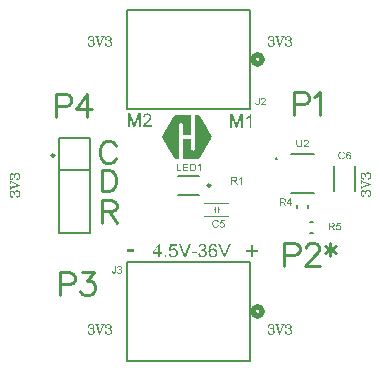
<source format=gbr>
%TF.GenerationSoftware,Altium Limited,Altium Designer,25.8.1 (18)*%
G04 Layer_Color=65535*
%FSLAX45Y45*%
%MOMM*%
%TF.SameCoordinates,D209C50B-13B8-4165-AD63-5D07F8741E93*%
%TF.FilePolarity,Positive*%
%TF.FileFunction,Legend,Top*%
%TF.Part,Single*%
G01*
G75*
%TA.AperFunction,NonConductor*%
%ADD45C,0.50800*%
%ADD46C,0.15240*%
%ADD47C,0.25000*%
%ADD48C,0.20000*%
%ADD49C,0.10000*%
%ADD50C,0.08000*%
%ADD51C,0.25400*%
%ADD52C,0.07620*%
G36*
X21336Y593852D02*
Y592328D01*
Y590804D01*
Y589280D01*
Y587756D01*
Y586232D01*
Y584708D01*
Y583184D01*
Y581660D01*
Y580136D01*
Y578612D01*
Y577088D01*
Y575564D01*
Y574040D01*
Y572516D01*
Y570992D01*
Y569468D01*
Y567944D01*
Y566420D01*
Y564896D01*
Y563372D01*
Y561848D01*
Y560324D01*
Y558800D01*
Y557276D01*
Y555752D01*
Y554228D01*
Y552704D01*
Y551180D01*
Y549656D01*
Y548132D01*
Y546608D01*
Y545084D01*
Y543560D01*
Y542036D01*
Y540512D01*
Y538988D01*
Y537464D01*
Y535940D01*
Y534416D01*
Y532892D01*
Y531368D01*
Y529844D01*
Y528320D01*
Y526796D01*
Y525272D01*
Y523748D01*
Y522224D01*
Y520700D01*
Y519176D01*
Y517652D01*
Y516128D01*
Y514604D01*
Y513080D01*
Y511556D01*
Y510032D01*
Y508508D01*
Y506984D01*
Y505460D01*
Y503936D01*
Y502412D01*
Y500888D01*
Y499364D01*
Y497840D01*
Y496316D01*
Y494792D01*
Y493268D01*
Y491744D01*
Y490220D01*
Y488696D01*
Y487172D01*
Y485648D01*
Y484124D01*
Y482600D01*
Y481076D01*
Y479552D01*
Y478028D01*
Y476504D01*
Y474980D01*
Y473456D01*
Y471932D01*
Y470408D01*
Y468884D01*
Y467360D01*
Y465836D01*
Y464312D01*
Y462788D01*
Y461264D01*
Y459740D01*
Y458216D01*
Y456692D01*
Y455168D01*
Y453644D01*
Y452120D01*
Y450596D01*
Y449072D01*
Y447548D01*
Y446024D01*
Y444500D01*
Y442976D01*
Y441452D01*
Y439928D01*
Y438404D01*
Y436880D01*
Y435356D01*
Y433832D01*
Y432308D01*
Y430784D01*
Y429260D01*
X-48768D01*
Y430784D01*
X-50292D01*
Y432308D01*
Y433832D01*
Y435356D01*
Y436880D01*
Y438404D01*
Y439928D01*
Y441452D01*
Y442976D01*
Y444500D01*
Y446024D01*
Y447548D01*
Y449072D01*
Y450596D01*
Y452120D01*
Y453644D01*
Y455168D01*
Y456692D01*
Y458216D01*
Y459740D01*
Y461264D01*
Y462788D01*
Y464312D01*
Y465836D01*
Y467360D01*
Y468884D01*
Y470408D01*
Y471932D01*
Y473456D01*
Y474980D01*
Y476504D01*
Y478028D01*
Y479552D01*
Y481076D01*
Y482600D01*
Y484124D01*
Y485648D01*
Y487172D01*
Y488696D01*
Y490220D01*
Y491744D01*
Y493268D01*
Y494792D01*
Y496316D01*
Y497840D01*
Y499364D01*
Y500888D01*
Y502412D01*
Y503936D01*
Y505460D01*
Y506984D01*
Y508508D01*
Y510032D01*
Y511556D01*
Y513080D01*
Y514604D01*
Y516128D01*
Y517652D01*
X-51816D01*
Y519176D01*
Y520700D01*
X-53340D01*
Y522224D01*
X-54864D01*
Y523748D01*
X-56388D01*
Y525272D01*
X-59436D01*
Y526796D01*
X-65532D01*
Y528320D01*
X-67056D01*
Y526796D01*
X-73152D01*
Y525272D01*
X-76200D01*
Y523748D01*
X-77724D01*
Y522224D01*
X-79248D01*
Y520700D01*
X-80772D01*
Y519176D01*
Y517652D01*
X-82296D01*
Y516128D01*
Y514604D01*
Y513080D01*
Y511556D01*
Y510032D01*
Y508508D01*
Y506984D01*
Y505460D01*
Y503936D01*
Y502412D01*
Y500888D01*
Y499364D01*
Y497840D01*
Y496316D01*
Y494792D01*
Y493268D01*
Y491744D01*
Y490220D01*
Y488696D01*
Y487172D01*
Y485648D01*
Y484124D01*
Y482600D01*
Y481076D01*
Y479552D01*
X-83820D01*
Y478028D01*
Y476504D01*
Y474980D01*
Y473456D01*
Y471932D01*
Y470408D01*
Y468884D01*
Y467360D01*
Y465836D01*
Y464312D01*
Y462788D01*
Y461264D01*
Y459740D01*
Y458216D01*
Y456692D01*
Y455168D01*
Y453644D01*
Y452120D01*
Y450596D01*
Y449072D01*
Y447548D01*
Y446024D01*
Y444500D01*
Y442976D01*
Y441452D01*
Y439928D01*
Y438404D01*
Y436880D01*
Y435356D01*
Y433832D01*
Y432308D01*
Y430784D01*
Y429260D01*
Y427736D01*
Y426212D01*
Y424688D01*
Y423164D01*
Y421640D01*
Y420116D01*
Y418592D01*
Y417068D01*
Y415544D01*
Y414020D01*
Y412496D01*
Y410972D01*
Y409448D01*
Y407924D01*
Y406400D01*
Y404876D01*
Y403352D01*
Y401828D01*
Y400304D01*
Y398780D01*
Y397256D01*
Y395732D01*
Y394208D01*
Y392684D01*
Y391160D01*
Y389636D01*
Y388112D01*
Y386588D01*
Y385064D01*
X-82296D01*
Y383540D01*
Y382016D01*
Y380492D01*
Y378968D01*
Y377444D01*
Y375920D01*
Y374396D01*
Y372872D01*
Y371348D01*
Y369824D01*
Y368300D01*
Y366776D01*
Y365252D01*
Y363728D01*
Y362204D01*
Y360680D01*
Y359156D01*
Y357632D01*
Y356108D01*
Y354584D01*
Y353060D01*
Y351536D01*
Y350012D01*
Y348488D01*
Y346964D01*
Y345440D01*
Y343916D01*
Y342392D01*
Y340868D01*
Y339344D01*
Y337820D01*
Y336296D01*
Y334772D01*
Y333248D01*
Y331724D01*
Y330200D01*
Y328676D01*
Y327152D01*
Y325628D01*
Y324104D01*
Y322580D01*
Y321056D01*
Y319532D01*
Y318008D01*
Y316484D01*
Y314960D01*
Y313436D01*
Y311912D01*
Y310388D01*
Y308864D01*
Y307340D01*
Y305816D01*
Y304292D01*
Y302768D01*
Y301244D01*
Y299720D01*
Y298196D01*
Y296672D01*
Y295148D01*
Y293624D01*
Y292100D01*
Y290576D01*
Y289052D01*
Y287528D01*
Y286004D01*
Y284480D01*
Y282956D01*
Y281432D01*
Y279908D01*
Y278384D01*
Y276860D01*
Y275336D01*
Y273812D01*
Y272288D01*
Y270764D01*
Y269240D01*
Y267716D01*
Y266192D01*
Y264668D01*
Y263144D01*
Y261620D01*
Y260096D01*
Y258572D01*
Y257048D01*
Y255524D01*
Y254000D01*
Y252476D01*
Y250952D01*
Y249428D01*
Y247904D01*
Y246380D01*
Y244856D01*
Y243332D01*
Y241808D01*
Y240284D01*
Y238760D01*
Y237236D01*
Y235712D01*
Y234188D01*
Y232664D01*
Y231140D01*
Y229616D01*
Y228092D01*
X-83820D01*
Y226568D01*
X-109728D01*
Y228092D01*
X-115824D01*
Y229616D01*
X-118872D01*
Y231140D01*
X-120396D01*
Y232664D01*
X-121920D01*
Y234188D01*
X-124968D01*
Y235712D01*
Y237236D01*
X-126492D01*
Y238760D01*
X-128016D01*
Y240284D01*
Y241808D01*
X-129540D01*
Y243332D01*
X-131064D01*
Y244856D01*
Y246380D01*
X-132588D01*
Y247904D01*
Y249428D01*
X-134112D01*
Y250952D01*
Y252476D01*
X-135636D01*
Y254000D01*
X-137160D01*
Y255524D01*
Y257048D01*
X-138684D01*
Y258572D01*
Y260096D01*
X-140208D01*
Y261620D01*
X-141732D01*
Y263144D01*
Y264668D01*
X-143256D01*
Y266192D01*
Y267716D01*
X-144780D01*
Y269240D01*
Y270764D01*
X-146304D01*
Y272288D01*
X-147828D01*
Y273812D01*
Y275336D01*
X-149352D01*
Y276860D01*
Y278384D01*
X-150876D01*
Y279908D01*
Y281432D01*
X-152400D01*
Y282956D01*
X-153924D01*
Y284480D01*
Y286004D01*
X-155448D01*
Y287528D01*
Y289052D01*
X-156972D01*
Y290576D01*
Y292100D01*
X-158496D01*
Y293624D01*
X-160020D01*
Y295148D01*
Y296672D01*
X-161544D01*
Y298196D01*
Y299720D01*
X-163068D01*
Y301244D01*
X-164592D01*
Y302768D01*
Y304292D01*
X-166116D01*
Y305816D01*
Y307340D01*
X-167640D01*
Y308864D01*
Y310388D01*
X-169164D01*
Y311912D01*
X-170688D01*
Y313436D01*
Y314960D01*
X-172212D01*
Y316484D01*
Y318008D01*
X-173736D01*
Y319532D01*
Y321056D01*
X-175260D01*
Y322580D01*
X-176784D01*
Y324104D01*
Y325628D01*
X-178308D01*
Y327152D01*
Y328676D01*
X-179832D01*
Y330200D01*
Y331724D01*
X-181356D01*
Y333248D01*
X-182880D01*
Y334772D01*
Y336296D01*
X-184404D01*
Y337820D01*
Y339344D01*
X-185928D01*
Y340868D01*
Y342392D01*
X-187452D01*
Y343916D01*
X-188976D01*
Y345440D01*
Y346964D01*
X-190500D01*
Y348488D01*
Y350012D01*
X-192024D01*
Y351536D01*
Y353060D01*
X-193548D01*
Y354584D01*
X-195072D01*
Y356108D01*
Y357632D01*
X-196596D01*
Y359156D01*
Y360680D01*
X-198120D01*
Y362204D01*
X-199644D01*
Y363728D01*
Y365252D01*
X-201168D01*
Y366776D01*
Y368300D01*
X-202692D01*
Y369824D01*
Y371348D01*
X-204216D01*
Y372872D01*
X-205740D01*
Y374396D01*
Y375920D01*
X-207264D01*
Y377444D01*
Y378968D01*
X-208788D01*
Y380492D01*
Y382016D01*
X-210312D01*
Y383540D01*
X-211836D01*
Y385064D01*
Y386588D01*
X-213360D01*
Y388112D01*
Y389636D01*
X-214884D01*
Y391160D01*
Y392684D01*
X-216408D01*
Y394208D01*
X-217932D01*
Y395732D01*
Y397256D01*
X-219456D01*
Y398780D01*
Y400304D01*
X-220980D01*
Y401828D01*
Y403352D01*
X-222504D01*
Y404876D01*
Y406400D01*
Y407924D01*
Y409448D01*
Y410972D01*
Y412496D01*
Y414020D01*
Y415544D01*
Y417068D01*
Y418592D01*
X-220980D01*
Y420116D01*
Y421640D01*
Y423164D01*
X-219456D01*
Y424688D01*
Y426212D01*
X-217932D01*
Y427736D01*
X-216408D01*
Y429260D01*
Y430784D01*
X-214884D01*
Y432308D01*
Y433832D01*
X-213360D01*
Y435356D01*
Y436880D01*
X-211836D01*
Y438404D01*
X-210312D01*
Y439928D01*
Y441452D01*
X-208788D01*
Y442976D01*
Y444500D01*
X-207264D01*
Y446024D01*
X-205740D01*
Y447548D01*
Y449072D01*
X-204216D01*
Y450596D01*
Y452120D01*
X-202692D01*
Y453644D01*
Y455168D01*
X-201168D01*
Y456692D01*
X-199644D01*
Y458216D01*
Y459740D01*
X-198120D01*
Y461264D01*
Y462788D01*
X-196596D01*
Y464312D01*
Y465836D01*
X-195072D01*
Y467360D01*
X-193548D01*
Y468884D01*
Y470408D01*
X-192024D01*
Y471932D01*
X-190500D01*
Y473456D01*
Y474980D01*
X-188976D01*
Y476504D01*
Y478028D01*
X-187452D01*
Y479552D01*
Y481076D01*
X-185928D01*
Y482600D01*
X-184404D01*
Y484124D01*
Y485648D01*
X-182880D01*
Y487172D01*
Y488696D01*
X-181356D01*
Y490220D01*
Y491744D01*
X-179832D01*
Y493268D01*
X-178308D01*
Y494792D01*
Y496316D01*
X-176784D01*
Y497840D01*
Y499364D01*
X-175260D01*
Y500888D01*
Y502412D01*
X-173736D01*
Y503936D01*
X-172212D01*
Y505460D01*
Y506984D01*
X-170688D01*
Y508508D01*
Y510032D01*
X-169164D01*
Y511556D01*
X-167640D01*
Y513080D01*
Y514604D01*
X-166116D01*
Y516128D01*
Y517652D01*
X-164592D01*
Y519176D01*
Y520700D01*
X-163068D01*
Y522224D01*
X-161544D01*
Y523748D01*
Y525272D01*
X-160020D01*
Y526796D01*
Y528320D01*
X-158496D01*
Y529844D01*
Y531368D01*
X-156972D01*
Y532892D01*
X-155448D01*
Y534416D01*
Y535940D01*
X-153924D01*
Y537464D01*
Y538988D01*
X-152400D01*
Y540512D01*
Y542036D01*
X-150876D01*
Y543560D01*
X-149352D01*
Y545084D01*
Y546608D01*
X-147828D01*
Y548132D01*
Y549656D01*
X-146304D01*
Y551180D01*
X-144780D01*
Y552704D01*
Y554228D01*
X-143256D01*
Y555752D01*
Y557276D01*
X-141732D01*
Y558800D01*
Y560324D01*
X-140208D01*
Y561848D01*
X-138684D01*
Y563372D01*
Y564896D01*
X-137160D01*
Y566420D01*
Y567944D01*
X-135636D01*
Y569468D01*
Y570992D01*
X-134112D01*
Y572516D01*
X-132588D01*
Y574040D01*
Y575564D01*
X-131064D01*
Y577088D01*
Y578612D01*
X-129540D01*
Y580136D01*
Y581660D01*
X-128016D01*
Y583184D01*
X-126492D01*
Y584708D01*
Y586232D01*
X-124968D01*
Y587756D01*
X-123444D01*
Y589280D01*
X-121920D01*
Y590804D01*
X-118872D01*
Y592328D01*
X-115824D01*
Y593852D01*
X-112776D01*
Y595376D01*
X21336D01*
Y593852D01*
D02*
G37*
G36*
X83820D02*
X88392D01*
Y592328D01*
X91440D01*
Y590804D01*
X92964D01*
Y589280D01*
X94488D01*
Y587756D01*
X96012D01*
Y586232D01*
X97536D01*
Y584708D01*
X99060D01*
Y583184D01*
X100584D01*
Y581660D01*
Y580136D01*
X102108D01*
Y578612D01*
Y577088D01*
X103632D01*
Y575564D01*
Y574040D01*
X105156D01*
Y572516D01*
X106680D01*
Y570992D01*
Y569468D01*
X108204D01*
Y567944D01*
Y566420D01*
X109728D01*
Y564896D01*
X111252D01*
Y563372D01*
Y561848D01*
X112776D01*
Y560324D01*
Y558800D01*
X114300D01*
Y557276D01*
Y555752D01*
X115824D01*
Y554228D01*
X117348D01*
Y552704D01*
Y551180D01*
X118872D01*
Y549656D01*
Y548132D01*
X120396D01*
Y546608D01*
Y545084D01*
X121920D01*
Y543560D01*
X123444D01*
Y542036D01*
Y540512D01*
X124968D01*
Y538988D01*
Y537464D01*
X126492D01*
Y535940D01*
Y534416D01*
X128016D01*
Y532892D01*
X129540D01*
Y531368D01*
Y529844D01*
X131064D01*
Y528320D01*
Y526796D01*
X132588D01*
Y525272D01*
X134112D01*
Y523748D01*
Y522224D01*
X135636D01*
Y520700D01*
Y519176D01*
X137160D01*
Y517652D01*
Y516128D01*
X138684D01*
Y514604D01*
X140208D01*
Y513080D01*
Y511556D01*
X141732D01*
Y510032D01*
Y508508D01*
X143256D01*
Y506984D01*
Y505460D01*
X144780D01*
Y503936D01*
X146304D01*
Y502412D01*
Y500888D01*
X147828D01*
Y499364D01*
Y497840D01*
X149352D01*
Y496316D01*
Y494792D01*
X150876D01*
Y493268D01*
X152400D01*
Y491744D01*
Y490220D01*
X153924D01*
Y488696D01*
Y487172D01*
X155448D01*
Y485648D01*
X156972D01*
Y484124D01*
Y482600D01*
X158496D01*
Y481076D01*
Y479552D01*
X160020D01*
Y478028D01*
Y476504D01*
X161544D01*
Y474980D01*
X163068D01*
Y473456D01*
Y471932D01*
X164592D01*
Y470408D01*
Y468884D01*
X166116D01*
Y467360D01*
Y465836D01*
X167640D01*
Y464312D01*
X169164D01*
Y462788D01*
Y461264D01*
X170688D01*
Y459740D01*
Y458216D01*
X172212D01*
Y456692D01*
Y455168D01*
X173736D01*
Y453644D01*
X175260D01*
Y452120D01*
Y450596D01*
X176784D01*
Y449072D01*
Y447548D01*
X178308D01*
Y446024D01*
X179832D01*
Y444500D01*
Y442976D01*
X181356D01*
Y441452D01*
Y439928D01*
X182880D01*
Y438404D01*
Y436880D01*
X184404D01*
Y435356D01*
X185928D01*
Y433832D01*
Y432308D01*
X187452D01*
Y430784D01*
Y429260D01*
X188976D01*
Y427736D01*
Y426212D01*
X190500D01*
Y424688D01*
X192024D01*
Y423164D01*
Y421640D01*
X193548D01*
Y420116D01*
Y418592D01*
Y417068D01*
Y415544D01*
X195072D01*
Y414020D01*
Y412496D01*
Y410972D01*
Y409448D01*
Y407924D01*
X193548D01*
Y406400D01*
Y404876D01*
Y403352D01*
Y401828D01*
X192024D01*
Y400304D01*
Y398780D01*
X190500D01*
Y397256D01*
Y395732D01*
X188976D01*
Y394208D01*
Y392684D01*
X187452D01*
Y391160D01*
X185928D01*
Y389636D01*
Y388112D01*
X184404D01*
Y386588D01*
Y385064D01*
X182880D01*
Y383540D01*
X181356D01*
Y382016D01*
Y380492D01*
X179832D01*
Y378968D01*
Y377444D01*
X178308D01*
Y375920D01*
Y374396D01*
X176784D01*
Y372872D01*
X175260D01*
Y371348D01*
Y369824D01*
X173736D01*
Y368300D01*
Y366776D01*
X172212D01*
Y365252D01*
Y363728D01*
X170688D01*
Y362204D01*
X169164D01*
Y360680D01*
Y359156D01*
X167640D01*
Y357632D01*
Y356108D01*
X166116D01*
Y354584D01*
X164592D01*
Y353060D01*
Y351536D01*
X163068D01*
Y350012D01*
Y348488D01*
X161544D01*
Y346964D01*
Y345440D01*
X160020D01*
Y343916D01*
X158496D01*
Y342392D01*
Y340868D01*
X156972D01*
Y339344D01*
Y337820D01*
X155448D01*
Y336296D01*
Y334772D01*
X153924D01*
Y333248D01*
X152400D01*
Y331724D01*
Y330200D01*
X150876D01*
Y328676D01*
Y327152D01*
X149352D01*
Y325628D01*
X147828D01*
Y324104D01*
Y322580D01*
X146304D01*
Y321056D01*
Y319532D01*
X144780D01*
Y318008D01*
Y316484D01*
X143256D01*
Y314960D01*
X141732D01*
Y313436D01*
Y311912D01*
X140208D01*
Y310388D01*
Y308864D01*
X138684D01*
Y307340D01*
Y305816D01*
X137160D01*
Y304292D01*
Y302768D01*
X135636D01*
Y301244D01*
Y299720D01*
X134112D01*
Y298196D01*
X132588D01*
Y296672D01*
Y295148D01*
X131064D01*
Y293624D01*
Y292100D01*
X129540D01*
Y290576D01*
X128016D01*
Y289052D01*
Y287528D01*
X126492D01*
Y286004D01*
Y284480D01*
X124968D01*
Y282956D01*
Y281432D01*
X123444D01*
Y279908D01*
X121920D01*
Y278384D01*
Y276860D01*
X120396D01*
Y275336D01*
Y273812D01*
X118872D01*
Y272288D01*
Y270764D01*
X117348D01*
Y269240D01*
X115824D01*
Y267716D01*
Y266192D01*
X114300D01*
Y264668D01*
Y263144D01*
X112776D01*
Y261620D01*
Y260096D01*
X111252D01*
Y258572D01*
X109728D01*
Y257048D01*
Y255524D01*
X108204D01*
Y254000D01*
Y252476D01*
X106680D01*
Y250952D01*
Y249428D01*
X105156D01*
Y247904D01*
X103632D01*
Y246380D01*
Y244856D01*
X102108D01*
Y243332D01*
Y241808D01*
X100584D01*
Y240284D01*
X99060D01*
Y238760D01*
Y237236D01*
X97536D01*
Y235712D01*
X96012D01*
Y234188D01*
X94488D01*
Y232664D01*
X92964D01*
Y231140D01*
X89916D01*
Y229616D01*
X86868D01*
Y228092D01*
X82296D01*
Y226568D01*
X-48768D01*
Y228092D01*
X-50292D01*
Y229616D01*
Y231140D01*
Y232664D01*
Y234188D01*
Y235712D01*
Y237236D01*
Y238760D01*
Y240284D01*
Y241808D01*
Y243332D01*
Y244856D01*
Y246380D01*
Y247904D01*
Y249428D01*
Y250952D01*
Y252476D01*
Y254000D01*
Y255524D01*
Y257048D01*
Y258572D01*
Y260096D01*
Y261620D01*
Y263144D01*
Y264668D01*
Y266192D01*
Y267716D01*
Y269240D01*
Y270764D01*
Y272288D01*
Y273812D01*
Y275336D01*
Y276860D01*
Y278384D01*
Y279908D01*
Y281432D01*
Y282956D01*
Y284480D01*
Y286004D01*
Y287528D01*
Y289052D01*
Y290576D01*
Y292100D01*
Y293624D01*
Y295148D01*
Y296672D01*
Y298196D01*
Y299720D01*
Y301244D01*
Y302768D01*
Y304292D01*
Y305816D01*
Y307340D01*
Y308864D01*
Y310388D01*
Y311912D01*
Y313436D01*
Y314960D01*
Y316484D01*
Y318008D01*
Y319532D01*
Y321056D01*
Y322580D01*
Y324104D01*
Y325628D01*
Y327152D01*
Y328676D01*
Y330200D01*
Y331724D01*
Y333248D01*
Y334772D01*
Y336296D01*
Y337820D01*
Y339344D01*
Y340868D01*
Y342392D01*
Y343916D01*
Y345440D01*
Y346964D01*
Y348488D01*
Y350012D01*
Y351536D01*
Y353060D01*
Y354584D01*
Y356108D01*
Y357632D01*
Y359156D01*
Y360680D01*
Y362204D01*
Y363728D01*
Y365252D01*
Y366776D01*
Y368300D01*
Y369824D01*
Y371348D01*
Y372872D01*
Y374396D01*
Y375920D01*
Y377444D01*
Y378968D01*
Y380492D01*
Y382016D01*
Y383540D01*
Y385064D01*
Y386588D01*
Y388112D01*
Y389636D01*
Y391160D01*
Y392684D01*
X-48768D01*
Y394208D01*
X21336D01*
Y392684D01*
Y391160D01*
Y389636D01*
Y388112D01*
Y386588D01*
Y385064D01*
Y383540D01*
Y382016D01*
Y380492D01*
Y378968D01*
Y377444D01*
Y375920D01*
Y374396D01*
Y372872D01*
Y371348D01*
Y369824D01*
Y368300D01*
Y366776D01*
Y365252D01*
Y363728D01*
Y362204D01*
Y360680D01*
Y359156D01*
Y357632D01*
Y356108D01*
Y354584D01*
Y353060D01*
Y351536D01*
Y350012D01*
Y348488D01*
Y346964D01*
Y345440D01*
Y343916D01*
Y342392D01*
Y340868D01*
Y339344D01*
Y337820D01*
Y336296D01*
Y334772D01*
Y333248D01*
X22860D01*
Y331724D01*
Y330200D01*
Y328676D01*
Y327152D01*
Y325628D01*
Y324104D01*
Y322580D01*
Y321056D01*
Y319532D01*
Y318008D01*
Y316484D01*
Y314960D01*
Y313436D01*
Y311912D01*
Y310388D01*
Y308864D01*
Y307340D01*
Y305816D01*
Y304292D01*
X24384D01*
Y302768D01*
X25908D01*
Y301244D01*
Y299720D01*
X28956D01*
Y298196D01*
X30480D01*
Y296672D01*
X35052D01*
Y295148D01*
X42672D01*
Y296672D01*
X45720D01*
Y298196D01*
X48768D01*
Y299720D01*
X50292D01*
Y301244D01*
X51816D01*
Y302768D01*
X53340D01*
Y304292D01*
Y305816D01*
Y307340D01*
X54864D01*
Y308864D01*
Y310388D01*
Y311912D01*
Y313436D01*
Y314960D01*
Y316484D01*
Y318008D01*
Y319532D01*
Y321056D01*
Y322580D01*
Y324104D01*
Y325628D01*
Y327152D01*
Y328676D01*
Y330200D01*
Y331724D01*
Y333248D01*
Y334772D01*
Y336296D01*
Y337820D01*
Y339344D01*
Y340868D01*
Y342392D01*
Y343916D01*
Y345440D01*
Y346964D01*
Y348488D01*
Y350012D01*
Y351536D01*
Y353060D01*
Y354584D01*
Y356108D01*
Y357632D01*
Y359156D01*
Y360680D01*
Y362204D01*
Y363728D01*
Y365252D01*
Y366776D01*
Y368300D01*
Y369824D01*
Y371348D01*
Y372872D01*
Y374396D01*
Y375920D01*
Y377444D01*
Y378968D01*
Y380492D01*
Y382016D01*
Y383540D01*
Y385064D01*
Y386588D01*
Y388112D01*
Y389636D01*
Y391160D01*
Y392684D01*
Y394208D01*
Y395732D01*
Y397256D01*
Y398780D01*
Y400304D01*
Y401828D01*
Y403352D01*
Y404876D01*
Y406400D01*
Y407924D01*
Y409448D01*
Y410972D01*
Y412496D01*
Y414020D01*
Y415544D01*
Y417068D01*
Y418592D01*
Y420116D01*
Y421640D01*
Y423164D01*
Y424688D01*
Y426212D01*
Y427736D01*
Y429260D01*
Y430784D01*
Y432308D01*
Y433832D01*
Y435356D01*
Y436880D01*
Y438404D01*
Y439928D01*
Y441452D01*
Y442976D01*
Y444500D01*
Y446024D01*
Y447548D01*
Y449072D01*
Y450596D01*
Y452120D01*
Y453644D01*
Y455168D01*
Y456692D01*
Y458216D01*
Y459740D01*
Y461264D01*
Y462788D01*
Y464312D01*
Y465836D01*
Y467360D01*
Y468884D01*
Y470408D01*
Y471932D01*
Y473456D01*
Y474980D01*
Y476504D01*
Y478028D01*
Y479552D01*
Y481076D01*
Y482600D01*
Y484124D01*
Y485648D01*
Y487172D01*
Y488696D01*
Y490220D01*
Y491744D01*
Y493268D01*
Y494792D01*
Y496316D01*
Y497840D01*
Y499364D01*
Y500888D01*
Y502412D01*
Y503936D01*
Y505460D01*
Y506984D01*
Y508508D01*
Y510032D01*
Y511556D01*
Y513080D01*
Y514604D01*
Y516128D01*
Y517652D01*
Y519176D01*
Y520700D01*
Y522224D01*
Y523748D01*
Y525272D01*
Y526796D01*
Y528320D01*
Y529844D01*
Y531368D01*
Y532892D01*
Y534416D01*
Y535940D01*
Y537464D01*
Y538988D01*
Y540512D01*
Y542036D01*
Y543560D01*
Y545084D01*
Y546608D01*
Y548132D01*
Y549656D01*
Y551180D01*
Y552704D01*
Y554228D01*
Y555752D01*
Y557276D01*
Y558800D01*
Y560324D01*
Y561848D01*
Y563372D01*
Y564896D01*
Y566420D01*
Y567944D01*
Y569468D01*
Y570992D01*
Y572516D01*
Y574040D01*
Y575564D01*
Y577088D01*
Y578612D01*
Y580136D01*
Y581660D01*
Y583184D01*
Y584708D01*
Y586232D01*
Y587756D01*
Y589280D01*
Y590804D01*
Y592328D01*
Y593852D01*
Y595376D01*
X83820D01*
Y593852D01*
D02*
G37*
G36*
X601095Y699781D02*
Y699687D01*
Y699406D01*
Y699030D01*
Y698466D01*
X601001Y697714D01*
Y696962D01*
X600813Y695176D01*
X600625Y693109D01*
X600249Y690947D01*
X599685Y688974D01*
X599027Y687094D01*
Y687000D01*
X598933Y686906D01*
X598651Y686342D01*
X598181Y685590D01*
X597524Y684557D01*
X596584Y683523D01*
X595550Y682395D01*
X594234Y681267D01*
X592731Y680328D01*
X592543Y680234D01*
X591979Y679952D01*
X591133Y679576D01*
X589911Y679200D01*
X588408Y678730D01*
X586716Y678354D01*
X584836Y678072D01*
X582769Y677978D01*
X581923D01*
X581359Y678072D01*
X580607Y678166D01*
X579855Y678260D01*
X577882Y678636D01*
X575814Y679200D01*
X573653Y680046D01*
X572525Y680610D01*
X571491Y681267D01*
X570551Y682019D01*
X569612Y682865D01*
X569518Y682959D01*
X569424Y683053D01*
X569236Y683429D01*
X568954Y683805D01*
X568578Y684275D01*
X568202Y684933D01*
X567826Y685684D01*
X567356Y686530D01*
X566980Y687470D01*
X566604Y688598D01*
X566228Y689726D01*
X565852Y691041D01*
X565664Y692451D01*
X565382Y694049D01*
X565288Y695646D01*
Y697432D01*
X573089Y698560D01*
Y698466D01*
Y698278D01*
Y697902D01*
X573183Y697338D01*
X573277Y696774D01*
Y696116D01*
X573559Y694519D01*
X573841Y692827D01*
X574404Y691135D01*
X574968Y689632D01*
X575344Y688974D01*
X575814Y688410D01*
X575908Y688316D01*
X576284Y688034D01*
X576848Y687564D01*
X577600Y687094D01*
X578634Y686530D01*
X579761Y686154D01*
X581171Y685778D01*
X582675Y685684D01*
X583239D01*
X583802Y685778D01*
X584648Y685872D01*
X585494Y686060D01*
X586434Y686248D01*
X587374Y686624D01*
X588314Y687094D01*
X588408Y687188D01*
X588689Y687376D01*
X589065Y687752D01*
X589629Y688128D01*
X590099Y688786D01*
X590663Y689444D01*
X591133Y690195D01*
X591509Y691135D01*
Y691229D01*
X591697Y691605D01*
X591791Y692263D01*
X591979Y693109D01*
X592167Y694237D01*
X592261Y695646D01*
X592449Y697338D01*
Y699312D01*
Y744140D01*
X601095D01*
Y699781D01*
D02*
G37*
G36*
X635022Y744328D02*
X635773Y744234D01*
X636713Y744140D01*
X637747Y743952D01*
X638781Y743764D01*
X641224Y743106D01*
X643668Y742166D01*
X644889Y741603D01*
X646111Y740945D01*
X647239Y740099D01*
X648273Y739159D01*
X648367Y739065D01*
X648555Y738971D01*
X648743Y738595D01*
X649119Y738219D01*
X649588Y737749D01*
X650058Y737091D01*
X650528Y736434D01*
X651092Y735588D01*
X652032Y733802D01*
X652972Y731547D01*
X653348Y730419D01*
X653536Y729103D01*
X653724Y727787D01*
X653818Y726378D01*
Y726190D01*
Y725720D01*
X653724Y724968D01*
X653630Y723934D01*
X653442Y722807D01*
X653066Y721491D01*
X652690Y720081D01*
X652126Y718671D01*
X652032Y718483D01*
X651844Y718014D01*
X651468Y717262D01*
X650904Y716228D01*
X650152Y715100D01*
X649213Y713690D01*
X648085Y712281D01*
X646769Y710683D01*
X646581Y710495D01*
X646111Y709931D01*
X645641Y709461D01*
X645171Y708991D01*
X644608Y708428D01*
X643856Y707676D01*
X643104Y706924D01*
X642164Y706078D01*
X641224Y705138D01*
X640097Y704105D01*
X638875Y703071D01*
X637559Y701849D01*
X636055Y700627D01*
X634552Y699312D01*
X634458Y699218D01*
X634270Y699030D01*
X633894Y698748D01*
X633424Y698372D01*
X632860Y697808D01*
X632202Y697244D01*
X630699Y696022D01*
X629101Y694613D01*
X627597Y693203D01*
X626281Y691981D01*
X625718Y691511D01*
X625248Y691041D01*
X625154Y690947D01*
X624872Y690665D01*
X624496Y690289D01*
X624026Y689726D01*
X623556Y689068D01*
X622992Y688410D01*
X621864Y686812D01*
X653912D01*
Y679106D01*
X610775D01*
Y679200D01*
Y679576D01*
Y680140D01*
X610869Y680891D01*
X610963Y681737D01*
X611151Y682677D01*
X611339Y683617D01*
X611715Y684651D01*
Y684745D01*
X611809Y684839D01*
X611996Y685402D01*
X612372Y686248D01*
X612936Y687376D01*
X613688Y688692D01*
X614628Y690195D01*
X615662Y691699D01*
X616977Y693297D01*
Y693391D01*
X617165Y693485D01*
X617635Y694049D01*
X618481Y694894D01*
X619703Y696116D01*
X621113Y697526D01*
X622898Y699218D01*
X625060Y701097D01*
X627409Y703071D01*
X627503Y703165D01*
X627879Y703447D01*
X628443Y703917D01*
X629101Y704480D01*
X629947Y705232D01*
X630980Y706078D01*
X632014Y707018D01*
X633236Y708052D01*
X635585Y710307D01*
X637935Y712563D01*
X639063Y713690D01*
X640097Y714818D01*
X641036Y715852D01*
X641788Y716886D01*
Y716980D01*
X641976Y717074D01*
X642164Y717356D01*
X642352Y717732D01*
X643010Y718765D01*
X643762Y719987D01*
X644420Y721491D01*
X645077Y723088D01*
X645453Y724874D01*
X645641Y726566D01*
Y726660D01*
Y726754D01*
X645547Y727318D01*
X645453Y728257D01*
X645171Y729291D01*
X644796Y730607D01*
X644138Y731923D01*
X643292Y733238D01*
X642164Y734554D01*
X641976Y734742D01*
X641506Y735118D01*
X640848Y735588D01*
X639815Y736246D01*
X638499Y736810D01*
X636995Y737373D01*
X635210Y737749D01*
X633236Y737843D01*
X632672D01*
X632296Y737749D01*
X631168Y737655D01*
X629853Y737373D01*
X628443Y736998D01*
X626845Y736340D01*
X625342Y735494D01*
X623932Y734366D01*
X623744Y734178D01*
X623368Y733708D01*
X622804Y732956D01*
X622240Y731829D01*
X621582Y730513D01*
X621019Y728821D01*
X620643Y726942D01*
X620455Y724780D01*
X612278Y725626D01*
Y725720D01*
X612372Y726002D01*
Y726472D01*
X612466Y727130D01*
X612654Y727881D01*
X612842Y728727D01*
X613124Y729761D01*
X613406Y730795D01*
X614158Y733050D01*
X615286Y735306D01*
X615944Y736434D01*
X616789Y737561D01*
X617635Y738595D01*
X618575Y739535D01*
X618669Y739629D01*
X618857Y739723D01*
X619139Y740005D01*
X619609Y740287D01*
X620173Y740663D01*
X620831Y741039D01*
X621582Y741509D01*
X622522Y741978D01*
X623556Y742448D01*
X624684Y742918D01*
X625906Y743294D01*
X627221Y743670D01*
X628631Y743952D01*
X630135Y744234D01*
X631732Y744328D01*
X633424Y744422D01*
X634364D01*
X635022Y744328D01*
D02*
G37*
G36*
X-583297Y-680670D02*
X-582075Y-680858D01*
X-580572Y-681140D01*
X-578880Y-681610D01*
X-577188Y-682174D01*
X-575497Y-682925D01*
X-575403D01*
X-575309Y-683019D01*
X-574745Y-683301D01*
X-573899Y-683865D01*
X-572959Y-684523D01*
X-571831Y-685463D01*
X-570704Y-686497D01*
X-569576Y-687718D01*
X-568636Y-689128D01*
X-568542Y-689316D01*
X-568260Y-689786D01*
X-567884Y-690632D01*
X-567414Y-691666D01*
X-566945Y-692887D01*
X-566569Y-694297D01*
X-566287Y-695895D01*
X-566193Y-697492D01*
Y-697680D01*
Y-698244D01*
X-566287Y-698996D01*
X-566475Y-700030D01*
X-566757Y-701252D01*
X-567226Y-702567D01*
X-567790Y-703883D01*
X-568542Y-705199D01*
X-568636Y-705387D01*
X-568918Y-705763D01*
X-569482Y-706420D01*
X-570234Y-707172D01*
X-571174Y-708018D01*
X-572301Y-708958D01*
X-573617Y-709804D01*
X-575215Y-710650D01*
X-575121D01*
X-574933Y-710744D01*
X-574651Y-710838D01*
X-574275Y-710932D01*
X-573241Y-711307D01*
X-571925Y-711871D01*
X-570422Y-712623D01*
X-568918Y-713563D01*
X-567508Y-714785D01*
X-566193Y-716194D01*
X-566099Y-716382D01*
X-565723Y-716946D01*
X-565159Y-717886D01*
X-564595Y-719108D01*
X-564031Y-720611D01*
X-563467Y-722397D01*
X-563091Y-724465D01*
X-562997Y-726720D01*
Y-726814D01*
Y-727096D01*
Y-727566D01*
X-563091Y-728130D01*
X-563185Y-728882D01*
X-563373Y-729728D01*
X-563561Y-730667D01*
X-563749Y-731701D01*
X-564501Y-733957D01*
X-565065Y-735178D01*
X-565629Y-736306D01*
X-566381Y-737528D01*
X-567226Y-738750D01*
X-568166Y-739971D01*
X-569294Y-741099D01*
X-569388Y-741193D01*
X-569576Y-741381D01*
X-569952Y-741663D01*
X-570422Y-742039D01*
X-570986Y-742509D01*
X-571737Y-742979D01*
X-572583Y-743543D01*
X-573617Y-744012D01*
X-574651Y-744576D01*
X-575873Y-745140D01*
X-577094Y-745610D01*
X-578504Y-746080D01*
X-580008Y-746456D01*
X-581605Y-746738D01*
X-583203Y-746926D01*
X-584989Y-747020D01*
X-585834D01*
X-586398Y-746926D01*
X-587150Y-746832D01*
X-587996Y-746738D01*
X-588936Y-746550D01*
X-589970Y-746362D01*
X-592225Y-745798D01*
X-594575Y-744858D01*
X-595796Y-744294D01*
X-596924Y-743637D01*
X-598052Y-742791D01*
X-599180Y-741945D01*
X-599274Y-741851D01*
X-599462Y-741663D01*
X-599744Y-741381D01*
X-600025Y-741005D01*
X-600495Y-740535D01*
X-600965Y-739877D01*
X-601529Y-739220D01*
X-602093Y-738374D01*
X-602657Y-737434D01*
X-603221Y-736494D01*
X-604255Y-734239D01*
X-605100Y-731607D01*
X-605382Y-730197D01*
X-605570Y-728694D01*
X-597582Y-727660D01*
Y-727754D01*
X-597488Y-727942D01*
X-597394Y-728318D01*
X-597300Y-728788D01*
X-597206Y-729352D01*
X-597018Y-730009D01*
X-596548Y-731419D01*
X-595890Y-733111D01*
X-595045Y-734708D01*
X-594105Y-736212D01*
X-592977Y-737528D01*
X-592789Y-737622D01*
X-592413Y-737998D01*
X-591661Y-738468D01*
X-590721Y-738938D01*
X-589594Y-739501D01*
X-588184Y-739971D01*
X-586586Y-740347D01*
X-584895Y-740441D01*
X-584331D01*
X-583955Y-740347D01*
X-582921Y-740253D01*
X-581605Y-739971D01*
X-580102Y-739501D01*
X-578504Y-738844D01*
X-576906Y-737904D01*
X-575403Y-736588D01*
X-575215Y-736400D01*
X-574745Y-735836D01*
X-574181Y-734990D01*
X-573429Y-733863D01*
X-572677Y-732453D01*
X-572113Y-730855D01*
X-571644Y-728976D01*
X-571456Y-726908D01*
Y-726814D01*
Y-726626D01*
Y-726344D01*
X-571550Y-725968D01*
X-571644Y-724935D01*
X-571925Y-723713D01*
X-572301Y-722209D01*
X-572959Y-720705D01*
X-573899Y-719202D01*
X-575121Y-717792D01*
X-575309Y-717604D01*
X-575779Y-717228D01*
X-576530Y-716664D01*
X-577564Y-716006D01*
X-578880Y-715349D01*
X-580478Y-714785D01*
X-582263Y-714409D01*
X-584237Y-714221D01*
X-585083D01*
X-585741Y-714315D01*
X-586586Y-714409D01*
X-587526Y-714597D01*
X-588654Y-714785D01*
X-589876Y-715067D01*
X-588936Y-708018D01*
X-588466D01*
X-588090Y-708112D01*
X-586868D01*
X-585834Y-707924D01*
X-584613Y-707736D01*
X-583203Y-707454D01*
X-581605Y-706984D01*
X-580102Y-706327D01*
X-578504Y-705481D01*
X-578410D01*
X-578316Y-705387D01*
X-577846Y-705011D01*
X-577188Y-704353D01*
X-576436Y-703507D01*
X-575685Y-702285D01*
X-575027Y-700876D01*
X-574557Y-699278D01*
X-574369Y-698338D01*
Y-697304D01*
Y-697210D01*
Y-697116D01*
Y-696553D01*
X-574557Y-695801D01*
X-574745Y-694767D01*
X-575121Y-693639D01*
X-575591Y-692417D01*
X-576343Y-691196D01*
X-577376Y-690068D01*
X-577470Y-689974D01*
X-577940Y-689598D01*
X-578598Y-689128D01*
X-579444Y-688564D01*
X-580572Y-688094D01*
X-581887Y-687624D01*
X-583391Y-687249D01*
X-585083Y-687155D01*
X-585834D01*
X-586680Y-687343D01*
X-587808Y-687531D01*
X-589030Y-687906D01*
X-590252Y-688376D01*
X-591567Y-689128D01*
X-592789Y-690068D01*
X-592883Y-690162D01*
X-593259Y-690632D01*
X-593823Y-691290D01*
X-594481Y-692230D01*
X-595139Y-693451D01*
X-595796Y-694955D01*
X-596360Y-696741D01*
X-596736Y-698808D01*
X-604724Y-697398D01*
Y-697304D01*
X-604630Y-697022D01*
X-604537Y-696647D01*
X-604443Y-696083D01*
X-604255Y-695425D01*
X-603973Y-694673D01*
X-603409Y-692887D01*
X-602469Y-690820D01*
X-601341Y-688752D01*
X-599931Y-686779D01*
X-598146Y-684993D01*
X-598052Y-684899D01*
X-597864Y-684805D01*
X-597582Y-684617D01*
X-597206Y-684335D01*
X-596736Y-683959D01*
X-596078Y-683583D01*
X-595420Y-683207D01*
X-594575Y-682738D01*
X-592695Y-681986D01*
X-590533Y-681234D01*
X-587996Y-680764D01*
X-586680Y-680576D01*
X-584331D01*
X-583297Y-680670D01*
D02*
G37*
G36*
X-616472Y-725216D02*
Y-725310D01*
Y-725592D01*
Y-725968D01*
Y-726532D01*
X-616566Y-727284D01*
Y-728036D01*
X-616754Y-729822D01*
X-616942Y-731889D01*
X-617318Y-734051D01*
X-617882Y-736024D01*
X-618540Y-737904D01*
Y-737998D01*
X-618634Y-738092D01*
X-618915Y-738656D01*
X-619385Y-739407D01*
X-620043Y-740441D01*
X-620983Y-741475D01*
X-622017Y-742603D01*
X-623333Y-743731D01*
X-624836Y-744670D01*
X-625024Y-744764D01*
X-625588Y-745046D01*
X-626434Y-745422D01*
X-627656Y-745798D01*
X-629159Y-746268D01*
X-630851Y-746644D01*
X-632731Y-746926D01*
X-634798Y-747020D01*
X-635644D01*
X-636208Y-746926D01*
X-636960Y-746832D01*
X-637711Y-746738D01*
X-639685Y-746362D01*
X-641753Y-745798D01*
X-643914Y-744952D01*
X-645042Y-744388D01*
X-646076Y-743731D01*
X-647015Y-742979D01*
X-647955Y-742133D01*
X-648049Y-742039D01*
X-648143Y-741945D01*
X-648331Y-741569D01*
X-648613Y-741193D01*
X-648989Y-740723D01*
X-649365Y-740065D01*
X-649741Y-739313D01*
X-650211Y-738468D01*
X-650587Y-737528D01*
X-650963Y-736400D01*
X-651339Y-735272D01*
X-651714Y-733957D01*
X-651902Y-732547D01*
X-652184Y-730949D01*
X-652278Y-729352D01*
Y-727566D01*
X-644478Y-726438D01*
Y-726532D01*
Y-726720D01*
Y-727096D01*
X-644384Y-727660D01*
X-644290Y-728224D01*
Y-728882D01*
X-644008Y-730479D01*
X-643726Y-732171D01*
X-643162Y-733863D01*
X-642598Y-735366D01*
X-642222Y-736024D01*
X-641753Y-736588D01*
X-641659Y-736682D01*
X-641283Y-736964D01*
X-640719Y-737434D01*
X-639967Y-737904D01*
X-638933Y-738468D01*
X-637805Y-738844D01*
X-636396Y-739220D01*
X-634892Y-739313D01*
X-634328D01*
X-633764Y-739220D01*
X-632918Y-739126D01*
X-632073Y-738938D01*
X-631133Y-738750D01*
X-630193Y-738374D01*
X-629253Y-737904D01*
X-629159Y-737810D01*
X-628877Y-737622D01*
X-628501Y-737246D01*
X-627938Y-736870D01*
X-627468Y-736212D01*
X-626904Y-735554D01*
X-626434Y-734802D01*
X-626058Y-733863D01*
Y-733769D01*
X-625870Y-733393D01*
X-625776Y-732735D01*
X-625588Y-731889D01*
X-625400Y-730761D01*
X-625306Y-729352D01*
X-625118Y-727660D01*
Y-725686D01*
Y-680858D01*
X-616472D01*
Y-725216D01*
D02*
G37*
G36*
X211690Y-493398D02*
X212842D01*
X214159Y-493563D01*
X217286Y-494221D01*
X220742Y-495044D01*
X224363Y-496361D01*
X227984Y-498336D01*
X229795Y-499488D01*
X231441Y-500805D01*
X231605Y-500969D01*
X231770Y-501134D01*
X232264Y-501628D01*
X232757Y-502121D01*
X233580Y-502944D01*
X234239Y-503932D01*
X236049Y-506236D01*
X237860Y-509199D01*
X239506Y-512820D01*
X240987Y-516935D01*
X241975Y-521543D01*
X227984Y-522695D01*
Y-522531D01*
X227820Y-522366D01*
X227655Y-521379D01*
X227161Y-519897D01*
X226503Y-518087D01*
X225845Y-516112D01*
X224857Y-514137D01*
X223705Y-512326D01*
X222553Y-510845D01*
X222224Y-510516D01*
X221565Y-509857D01*
X220413Y-508870D01*
X218767Y-507718D01*
X216627Y-506730D01*
X214323Y-505742D01*
X211525Y-505084D01*
X208562Y-504755D01*
X207410D01*
X206094Y-504919D01*
X204612Y-505249D01*
X202637Y-505742D01*
X200662Y-506401D01*
X198687Y-507224D01*
X196712Y-508541D01*
X196383Y-508705D01*
X195560Y-509363D01*
X194408Y-510516D01*
X192926Y-512162D01*
X191280Y-514137D01*
X189470Y-516441D01*
X187824Y-519404D01*
X186178Y-522695D01*
Y-522860D01*
X186013Y-523189D01*
X185849Y-523683D01*
X185520Y-524341D01*
X185355Y-525329D01*
X185026Y-526481D01*
X184697Y-527798D01*
X184367Y-529444D01*
X183874Y-531254D01*
X183544Y-533229D01*
X183215Y-535369D01*
X183051Y-537673D01*
X182722Y-540307D01*
X182557Y-542940D01*
X182392Y-545903D01*
Y-548866D01*
X182557Y-548701D01*
X183215Y-547713D01*
X184367Y-546397D01*
X185849Y-544751D01*
X187495Y-542776D01*
X189634Y-540965D01*
X191939Y-539155D01*
X194572Y-537509D01*
X194737D01*
X194901Y-537344D01*
X195889Y-536850D01*
X197370Y-536357D01*
X199345Y-535534D01*
X201650Y-534875D01*
X204283Y-534381D01*
X207081Y-533888D01*
X210044Y-533723D01*
X211361D01*
X212348Y-533888D01*
X213665Y-534052D01*
X214982Y-534217D01*
X216627Y-534546D01*
X218273Y-535040D01*
X222059Y-536192D01*
X224034Y-537015D01*
X226009Y-538167D01*
X227984Y-539319D01*
X230124Y-540636D01*
X232099Y-542282D01*
X233910Y-544092D01*
X234074Y-544257D01*
X234403Y-544586D01*
X234897Y-545080D01*
X235391Y-545903D01*
X236214Y-547055D01*
X237037Y-548207D01*
X237860Y-549689D01*
X238847Y-551334D01*
X239835Y-553145D01*
X240658Y-555120D01*
X241481Y-557424D01*
X242304Y-559729D01*
X242798Y-562198D01*
X243291Y-564996D01*
X243621Y-567794D01*
X243785Y-570756D01*
Y-570921D01*
Y-571250D01*
Y-571744D01*
Y-572567D01*
X243621Y-573554D01*
Y-574542D01*
X243127Y-577175D01*
X242633Y-580303D01*
X241810Y-583594D01*
X240658Y-587215D01*
X239012Y-590672D01*
Y-590837D01*
X238847Y-591001D01*
X238518Y-591495D01*
X238189Y-592153D01*
X237201Y-593799D01*
X235720Y-595939D01*
X233910Y-598243D01*
X231770Y-600547D01*
X229136Y-602852D01*
X226338Y-604827D01*
X226174D01*
X226009Y-604991D01*
X225515Y-605321D01*
X224857Y-605485D01*
X223211Y-606308D01*
X221071Y-607131D01*
X218273Y-608119D01*
X215146Y-608777D01*
X211690Y-609435D01*
X207904Y-609600D01*
X207081D01*
X206258Y-609435D01*
X204941D01*
X203460Y-609271D01*
X201814Y-608942D01*
X199839Y-608448D01*
X197864Y-607954D01*
X195560Y-607296D01*
X193255Y-606473D01*
X190951Y-605485D01*
X188482Y-604168D01*
X186178Y-602687D01*
X183874Y-601041D01*
X181569Y-599066D01*
X179430Y-596762D01*
X179265Y-596597D01*
X178936Y-596103D01*
X178442Y-595445D01*
X177784Y-594293D01*
X176796Y-592812D01*
X175973Y-591166D01*
X174986Y-589026D01*
X173998Y-586722D01*
X172846Y-583924D01*
X171858Y-580796D01*
X171035Y-577340D01*
X170213Y-573554D01*
X169390Y-569275D01*
X168896Y-564666D01*
X168567Y-559729D01*
X168402Y-554462D01*
Y-554297D01*
Y-554132D01*
Y-553639D01*
Y-552980D01*
X168567Y-551334D01*
Y-549030D01*
X168731Y-546397D01*
X169060Y-543269D01*
X169390Y-539813D01*
X169883Y-536027D01*
X170542Y-532242D01*
X171365Y-528127D01*
X172352Y-524177D01*
X173504Y-520227D01*
X174986Y-516441D01*
X176632Y-512820D01*
X178442Y-509363D01*
X180582Y-506401D01*
X180746Y-506236D01*
X181076Y-505907D01*
X181734Y-505249D01*
X182557Y-504261D01*
X183544Y-503274D01*
X184861Y-502286D01*
X186507Y-500969D01*
X188153Y-499817D01*
X190128Y-498665D01*
X192268Y-497348D01*
X194737Y-496361D01*
X197206Y-495209D01*
X200004Y-494386D01*
X202966Y-493727D01*
X206094Y-493398D01*
X209385Y-493233D01*
X210702D01*
X211690Y-493398D01*
D02*
G37*
G36*
X119683D02*
X121822Y-493727D01*
X124456Y-494221D01*
X127419Y-495044D01*
X130381Y-496032D01*
X133344Y-497348D01*
X133508D01*
X133673Y-497513D01*
X134661Y-498007D01*
X136142Y-498994D01*
X137788Y-500146D01*
X139763Y-501792D01*
X141738Y-503603D01*
X143713Y-505742D01*
X145359Y-508211D01*
X145524Y-508541D01*
X146017Y-509363D01*
X146676Y-510845D01*
X147499Y-512655D01*
X148322Y-514795D01*
X148980Y-517264D01*
X149474Y-520062D01*
X149639Y-522860D01*
Y-523189D01*
Y-524177D01*
X149474Y-525493D01*
X149145Y-527304D01*
X148651Y-529444D01*
X147828Y-531748D01*
X146840Y-534052D01*
X145524Y-536357D01*
X145359Y-536686D01*
X144865Y-537344D01*
X143878Y-538496D01*
X142561Y-539813D01*
X140915Y-541294D01*
X138940Y-542940D01*
X136636Y-544422D01*
X133838Y-545903D01*
X134002D01*
X134331Y-546067D01*
X134825Y-546232D01*
X135484Y-546397D01*
X137294Y-547055D01*
X139598Y-548043D01*
X142232Y-549359D01*
X144865Y-551005D01*
X147334Y-553145D01*
X149639Y-555614D01*
X149803Y-555943D01*
X150461Y-556931D01*
X151449Y-558576D01*
X152437Y-560716D01*
X153424Y-563350D01*
X154412Y-566477D01*
X155070Y-570098D01*
X155235Y-574048D01*
Y-574213D01*
Y-574706D01*
Y-575529D01*
X155070Y-576517D01*
X154905Y-577834D01*
X154576Y-579315D01*
X154247Y-580961D01*
X153918Y-582772D01*
X152601Y-586722D01*
X151614Y-588861D01*
X150626Y-590837D01*
X149309Y-592976D01*
X147828Y-595116D01*
X146182Y-597256D01*
X144207Y-599231D01*
X144042Y-599395D01*
X143713Y-599724D01*
X143055Y-600218D01*
X142232Y-600877D01*
X141244Y-601700D01*
X139928Y-602523D01*
X138446Y-603510D01*
X136636Y-604333D01*
X134825Y-605321D01*
X132686Y-606308D01*
X130546Y-607131D01*
X128077Y-607954D01*
X125443Y-608612D01*
X122645Y-609106D01*
X119847Y-609435D01*
X116720Y-609600D01*
X115239D01*
X114251Y-609435D01*
X112934Y-609271D01*
X111453Y-609106D01*
X109807Y-608777D01*
X107997Y-608448D01*
X104047Y-607460D01*
X99932Y-605814D01*
X97792Y-604827D01*
X95817Y-603675D01*
X93842Y-602193D01*
X91867Y-600712D01*
X91702Y-600547D01*
X91373Y-600218D01*
X90879Y-599724D01*
X90385Y-599066D01*
X89562Y-598243D01*
X88739Y-597091D01*
X87752Y-595939D01*
X86764Y-594458D01*
X85777Y-592812D01*
X84789Y-591166D01*
X82979Y-587215D01*
X81497Y-582607D01*
X81004Y-580138D01*
X80674Y-577505D01*
X94665Y-575694D01*
Y-575859D01*
X94829Y-576188D01*
X94994Y-576846D01*
X95159Y-577669D01*
X95323Y-578657D01*
X95652Y-579809D01*
X96475Y-582278D01*
X97627Y-585240D01*
X99109Y-588038D01*
X100755Y-590672D01*
X102730Y-592976D01*
X103059Y-593141D01*
X103717Y-593799D01*
X105034Y-594622D01*
X106680Y-595445D01*
X108655Y-596433D01*
X111124Y-597256D01*
X113922Y-597914D01*
X116885Y-598079D01*
X117872D01*
X118531Y-597914D01*
X120341Y-597749D01*
X122645Y-597256D01*
X125279Y-596433D01*
X128077Y-595280D01*
X130875Y-593635D01*
X133508Y-591330D01*
X133838Y-591001D01*
X134661Y-590014D01*
X135648Y-588532D01*
X136965Y-586557D01*
X138282Y-584088D01*
X139269Y-581290D01*
X140092Y-577998D01*
X140421Y-574377D01*
Y-574213D01*
Y-573884D01*
Y-573390D01*
X140257Y-572731D01*
X140092Y-570921D01*
X139598Y-568781D01*
X138940Y-566148D01*
X137788Y-563514D01*
X136142Y-560881D01*
X134002Y-558412D01*
X133673Y-558083D01*
X132850Y-557424D01*
X131533Y-556437D01*
X129723Y-555285D01*
X127419Y-554132D01*
X124621Y-553145D01*
X121493Y-552487D01*
X118037Y-552157D01*
X116556D01*
X115403Y-552322D01*
X113922Y-552487D01*
X112276Y-552816D01*
X110301Y-553145D01*
X108161Y-553639D01*
X109807Y-541294D01*
X110630D01*
X111289Y-541459D01*
X113428D01*
X115239Y-541130D01*
X117378Y-540801D01*
X119847Y-540307D01*
X122645Y-539484D01*
X125279Y-538332D01*
X128077Y-536850D01*
X128242D01*
X128406Y-536686D01*
X129229Y-536027D01*
X130381Y-534875D01*
X131698Y-533394D01*
X133015Y-531254D01*
X134167Y-528785D01*
X134990Y-525987D01*
X135319Y-524341D01*
Y-522531D01*
Y-522366D01*
Y-522202D01*
Y-521214D01*
X134990Y-519897D01*
X134661Y-518087D01*
X134002Y-516112D01*
X133179Y-513972D01*
X131863Y-511832D01*
X130052Y-509857D01*
X129887Y-509693D01*
X129065Y-509034D01*
X127912Y-508211D01*
X126431Y-507224D01*
X124456Y-506401D01*
X122152Y-505578D01*
X119518Y-504919D01*
X116556Y-504755D01*
X115239D01*
X113757Y-505084D01*
X111782Y-505413D01*
X109643Y-506072D01*
X107503Y-506895D01*
X105199Y-508211D01*
X103059Y-509857D01*
X102894Y-510022D01*
X102236Y-510845D01*
X101248Y-511997D01*
X100096Y-513643D01*
X98944Y-515783D01*
X97792Y-518416D01*
X96804Y-521543D01*
X96146Y-525164D01*
X82156Y-522695D01*
Y-522531D01*
X82320Y-522037D01*
X82485Y-521379D01*
X82650Y-520391D01*
X82979Y-519239D01*
X83473Y-517922D01*
X84460Y-514795D01*
X86106Y-511174D01*
X88081Y-507553D01*
X90550Y-504097D01*
X93677Y-500969D01*
X93842Y-500805D01*
X94171Y-500640D01*
X94665Y-500311D01*
X95323Y-499817D01*
X96146Y-499159D01*
X97298Y-498500D01*
X98450Y-497842D01*
X99932Y-497019D01*
X103224Y-495702D01*
X107009Y-494386D01*
X111453Y-493563D01*
X113757Y-493233D01*
X117872D01*
X119683Y-493398D01*
D02*
G37*
G36*
X69153Y-573390D02*
X25865D01*
Y-559399D01*
X69153D01*
Y-573390D01*
D02*
G37*
G36*
X311268Y-607625D02*
X295632D01*
X251521Y-493727D01*
X267980D01*
X297607Y-576517D01*
Y-576682D01*
X297771Y-577011D01*
X297936Y-577505D01*
X298265Y-578163D01*
X298430Y-579150D01*
X298759Y-580138D01*
X299582Y-582607D01*
X300569Y-585405D01*
X301557Y-588532D01*
X303532Y-595116D01*
Y-594951D01*
X303697Y-594622D01*
X303861Y-594128D01*
X304026Y-593470D01*
X304520Y-591659D01*
X305343Y-589191D01*
X306166Y-586393D01*
X307153Y-583265D01*
X308305Y-579973D01*
X309622Y-576517D01*
X340565Y-493727D01*
X355872D01*
X311268Y-607625D01*
D02*
G37*
G36*
X-24994D02*
X-40630D01*
X-84740Y-493727D01*
X-68281D01*
X-38655Y-576517D01*
Y-576682D01*
X-38490Y-577011D01*
X-38326Y-577505D01*
X-37996Y-578163D01*
X-37832Y-579150D01*
X-37503Y-580138D01*
X-36680Y-582607D01*
X-35692Y-585405D01*
X-34705Y-588532D01*
X-32729Y-595116D01*
Y-594951D01*
X-32565Y-594622D01*
X-32400Y-594128D01*
X-32236Y-593470D01*
X-31742Y-591659D01*
X-30919Y-589191D01*
X-30096Y-586393D01*
X-29108Y-583265D01*
X-27956Y-579973D01*
X-26640Y-576517D01*
X4304Y-493727D01*
X19611D01*
X-24994Y-607625D01*
D02*
G37*
G36*
X-97085Y-508541D02*
X-142677D01*
X-148767Y-539319D01*
X-148602Y-539155D01*
X-148273Y-538990D01*
X-147779Y-538661D01*
X-146956Y-538167D01*
X-145969Y-537673D01*
X-144817Y-537015D01*
X-142183Y-535698D01*
X-138891Y-534381D01*
X-135270Y-533229D01*
X-131320Y-532406D01*
X-129345Y-532077D01*
X-125724D01*
X-124736Y-532242D01*
X-123420Y-532406D01*
X-121938Y-532571D01*
X-120292Y-532900D01*
X-118482Y-533394D01*
X-114532Y-534546D01*
X-112392Y-535369D01*
X-110252Y-536521D01*
X-108113Y-537673D01*
X-105973Y-538990D01*
X-103998Y-540636D01*
X-102023Y-542446D01*
X-101858Y-542611D01*
X-101529Y-542940D01*
X-101035Y-543434D01*
X-100377Y-544257D01*
X-99554Y-545409D01*
X-98731Y-546561D01*
X-97743Y-548043D01*
X-96756Y-549689D01*
X-95933Y-551499D01*
X-94945Y-553474D01*
X-94122Y-555778D01*
X-93299Y-558083D01*
X-92641Y-560552D01*
X-92147Y-563350D01*
X-91818Y-566148D01*
X-91653Y-569110D01*
Y-569275D01*
Y-569769D01*
Y-570592D01*
X-91818Y-571744D01*
X-91983Y-573061D01*
X-92147Y-574542D01*
X-92476Y-576352D01*
X-92806Y-578163D01*
X-93793Y-582442D01*
X-95439Y-586886D01*
X-96427Y-589191D01*
X-97743Y-591330D01*
X-99060Y-593635D01*
X-100706Y-595774D01*
X-100871Y-595939D01*
X-101200Y-596433D01*
X-101858Y-597091D01*
X-102681Y-597914D01*
X-103833Y-598902D01*
X-105150Y-600218D01*
X-106796Y-601370D01*
X-108606Y-602687D01*
X-110581Y-604004D01*
X-112886Y-605156D01*
X-115355Y-606308D01*
X-117988Y-607460D01*
X-120786Y-608283D01*
X-123913Y-608942D01*
X-127205Y-609435D01*
X-130662Y-609600D01*
X-132143D01*
X-133295Y-609435D01*
X-134612Y-609271D01*
X-136093Y-609106D01*
X-137904Y-608942D01*
X-139714Y-608448D01*
X-143829Y-607460D01*
X-147944Y-605979D01*
X-150084Y-604991D01*
X-152223Y-603839D01*
X-154198Y-602523D01*
X-156173Y-601041D01*
X-156338Y-600877D01*
X-156667Y-600712D01*
X-156996Y-600054D01*
X-157655Y-599395D01*
X-158478Y-598572D01*
X-159301Y-597585D01*
X-160288Y-596268D01*
X-161111Y-594787D01*
X-162099Y-593305D01*
X-163086Y-591495D01*
X-164897Y-587545D01*
X-166378Y-582936D01*
X-166872Y-580467D01*
X-167201Y-577834D01*
X-152552Y-576682D01*
Y-576846D01*
Y-577175D01*
X-152388Y-577669D01*
X-152223Y-578492D01*
X-151729Y-580303D01*
X-151071Y-582772D01*
X-150084Y-585240D01*
X-148767Y-588038D01*
X-147121Y-590507D01*
X-145146Y-592812D01*
X-144817Y-592976D01*
X-144158Y-593635D01*
X-142841Y-594458D01*
X-141031Y-595445D01*
X-139056Y-596433D01*
X-136587Y-597256D01*
X-133789Y-597914D01*
X-130662Y-598079D01*
X-129674D01*
X-129016Y-597914D01*
X-127041Y-597749D01*
X-124736Y-597091D01*
X-121938Y-596268D01*
X-119140Y-594951D01*
X-116178Y-592976D01*
X-114861Y-591824D01*
X-113544Y-590507D01*
X-113380Y-590343D01*
X-113215Y-590178D01*
X-112886Y-589684D01*
X-112392Y-589191D01*
X-111240Y-587380D01*
X-109923Y-585076D01*
X-108771Y-582278D01*
X-107619Y-578821D01*
X-106796Y-574706D01*
X-106467Y-572567D01*
Y-570263D01*
Y-570098D01*
Y-569769D01*
Y-569110D01*
X-106631Y-568287D01*
Y-567300D01*
X-106796Y-566148D01*
X-107290Y-563514D01*
X-108113Y-560387D01*
X-109265Y-557260D01*
X-110911Y-554297D01*
X-113215Y-551499D01*
Y-551334D01*
X-113544Y-551170D01*
X-114367Y-550347D01*
X-115848Y-549195D01*
X-117823Y-547878D01*
X-120457Y-546726D01*
X-123420Y-545574D01*
X-126876Y-544751D01*
X-128851Y-544422D01*
X-131978D01*
X-133295Y-544586D01*
X-134941Y-544751D01*
X-136916Y-545245D01*
X-138891Y-545738D01*
X-141031Y-546561D01*
X-143171Y-547549D01*
X-143335Y-547713D01*
X-143994Y-548043D01*
X-144981Y-548866D01*
X-146298Y-549689D01*
X-147615Y-550841D01*
X-148931Y-552322D01*
X-150413Y-553803D01*
X-151565Y-555614D01*
X-164732Y-553803D01*
X-153705Y-495209D01*
X-97085D01*
Y-508541D01*
D02*
G37*
G36*
X-187610Y-607625D02*
X-203576D01*
Y-591659D01*
X-187610D01*
Y-607625D01*
D02*
G37*
G36*
X-241267Y-567464D02*
X-225796D01*
Y-580303D01*
X-241267D01*
Y-607625D01*
X-255258D01*
Y-580303D01*
X-304800D01*
Y-567464D01*
X-252624Y-493727D01*
X-241267D01*
Y-567464D01*
D02*
G37*
G36*
X-406129Y495616D02*
X-420614D01*
Y590915D01*
X-453861Y495616D01*
X-467358D01*
X-500276Y592561D01*
Y495616D01*
X-514760D01*
Y609514D01*
X-492211D01*
X-465218Y528699D01*
Y528534D01*
X-465053Y528205D01*
X-464889Y527711D01*
X-464560Y526888D01*
X-463901Y524913D01*
X-463078Y522444D01*
X-462255Y519646D01*
X-461268Y516848D01*
X-460445Y514215D01*
X-459786Y511911D01*
X-459622Y512240D01*
X-459457Y513063D01*
X-458964Y514544D01*
X-458305Y516519D01*
X-457482Y519153D01*
X-456330Y522280D01*
X-455178Y525901D01*
X-453697Y530180D01*
X-426374Y609514D01*
X-406129D01*
Y495616D01*
D02*
G37*
G36*
X-346876Y609843D02*
X-345560Y609678D01*
X-343914Y609514D01*
X-342103Y609184D01*
X-340293Y608855D01*
X-336013Y607703D01*
X-331734Y606057D01*
X-329594Y605070D01*
X-327455Y603918D01*
X-325479Y602436D01*
X-323669Y600790D01*
X-323504Y600626D01*
X-323175Y600461D01*
X-322846Y599803D01*
X-322188Y599144D01*
X-321365Y598321D01*
X-320542Y597169D01*
X-319719Y596017D01*
X-318731Y594536D01*
X-317085Y591409D01*
X-315439Y587458D01*
X-314781Y585483D01*
X-314452Y583179D01*
X-314123Y580875D01*
X-313958Y578406D01*
Y578077D01*
Y577254D01*
X-314123Y575937D01*
X-314287Y574126D01*
X-314616Y572151D01*
X-315275Y569847D01*
X-315933Y567378D01*
X-316921Y564909D01*
X-317085Y564580D01*
X-317414Y563757D01*
X-318073Y562440D01*
X-319060Y560630D01*
X-320377Y558655D01*
X-322023Y556186D01*
X-323998Y553717D01*
X-326302Y550919D01*
X-326632Y550590D01*
X-327455Y549602D01*
X-328277Y548779D01*
X-329100Y547956D01*
X-330088Y546969D01*
X-331405Y545652D01*
X-332721Y544335D01*
X-334367Y542854D01*
X-336013Y541208D01*
X-337988Y539397D01*
X-340128Y537587D01*
X-342432Y535447D01*
X-345066Y533308D01*
X-347699Y531003D01*
X-347864Y530839D01*
X-348193Y530509D01*
X-348851Y530016D01*
X-349674Y529357D01*
X-350662Y528370D01*
X-351814Y527382D01*
X-354448Y525243D01*
X-357246Y522774D01*
X-359879Y520305D01*
X-362183Y518165D01*
X-363171Y517342D01*
X-363994Y516519D01*
X-364159Y516355D01*
X-364652Y515861D01*
X-365311Y515202D01*
X-366134Y514215D01*
X-366957Y513063D01*
X-367944Y511911D01*
X-369919Y509113D01*
X-313793D01*
Y495616D01*
X-389341D01*
Y495781D01*
Y496439D01*
Y497426D01*
X-389177Y498743D01*
X-389012Y500225D01*
X-388683Y501870D01*
X-388354Y503516D01*
X-387695Y505327D01*
Y505491D01*
X-387531Y505656D01*
X-387201Y506644D01*
X-386543Y508125D01*
X-385555Y510100D01*
X-384239Y512404D01*
X-382593Y515038D01*
X-380782Y517671D01*
X-378478Y520469D01*
Y520634D01*
X-378149Y520799D01*
X-377326Y521786D01*
X-375845Y523267D01*
X-373705Y525407D01*
X-371236Y527876D01*
X-368109Y530839D01*
X-364323Y534131D01*
X-360208Y537587D01*
X-360044Y537752D01*
X-359385Y538245D01*
X-358398Y539068D01*
X-357246Y540056D01*
X-355764Y541373D01*
X-353954Y542854D01*
X-352143Y544500D01*
X-350004Y546310D01*
X-345889Y550261D01*
X-341774Y554211D01*
X-339799Y556186D01*
X-337988Y558161D01*
X-336342Y559971D01*
X-335026Y561782D01*
Y561947D01*
X-334697Y562111D01*
X-334367Y562605D01*
X-334038Y563263D01*
X-332886Y565074D01*
X-331569Y567213D01*
X-330417Y569847D01*
X-329265Y572645D01*
X-328607Y575772D01*
X-328277Y578735D01*
Y578900D01*
Y579064D01*
X-328442Y580052D01*
X-328607Y581698D01*
X-329100Y583508D01*
X-329759Y585812D01*
X-330911Y588117D01*
X-332392Y590421D01*
X-334367Y592725D01*
X-334697Y593054D01*
X-335520Y593713D01*
X-336672Y594536D01*
X-338482Y595688D01*
X-340786Y596675D01*
X-343420Y597663D01*
X-346547Y598321D01*
X-350004Y598486D01*
X-350991D01*
X-351650Y598321D01*
X-353625Y598157D01*
X-355929Y597663D01*
X-358398Y597005D01*
X-361196Y595853D01*
X-363829Y594371D01*
X-366298Y592396D01*
X-366627Y592067D01*
X-367286Y591244D01*
X-368273Y589927D01*
X-369261Y587952D01*
X-370413Y585648D01*
X-371401Y582685D01*
X-372059Y579393D01*
X-372388Y575608D01*
X-386708Y577089D01*
Y577254D01*
X-386543Y577747D01*
Y578570D01*
X-386378Y579722D01*
X-386049Y581039D01*
X-385720Y582521D01*
X-385226Y584331D01*
X-384733Y586142D01*
X-383416Y590092D01*
X-381441Y594042D01*
X-380289Y596017D01*
X-378807Y597992D01*
X-377326Y599803D01*
X-375680Y601449D01*
X-375515Y601613D01*
X-375186Y601778D01*
X-374692Y602272D01*
X-373869Y602765D01*
X-372882Y603424D01*
X-371730Y604082D01*
X-370413Y604905D01*
X-368767Y605728D01*
X-366957Y606551D01*
X-364981Y607374D01*
X-362842Y608032D01*
X-360538Y608691D01*
X-358069Y609184D01*
X-355435Y609678D01*
X-352637Y609843D01*
X-349674Y610007D01*
X-348029D01*
X-346876Y609843D01*
D02*
G37*
G36*
X459078Y488233D02*
X444594D01*
Y583532D01*
X411346Y488233D01*
X397850D01*
X364931Y585178D01*
Y488233D01*
X350447D01*
Y602131D01*
X372996D01*
X399989Y521316D01*
Y521152D01*
X400154Y520822D01*
X400318Y520329D01*
X400648Y519506D01*
X401306Y517531D01*
X402129Y515062D01*
X402952Y512264D01*
X403940Y509466D01*
X404762Y506832D01*
X405421Y504528D01*
X405585Y504857D01*
X405750Y505680D01*
X406244Y507161D01*
X406902Y509136D01*
X407725Y511770D01*
X408877Y514897D01*
X410029Y518518D01*
X411511Y522798D01*
X438833Y602131D01*
X459078D01*
Y488233D01*
D02*
G37*
G36*
X530511D02*
X516520D01*
Y577277D01*
X516356Y577113D01*
X515533Y576455D01*
X514545Y575467D01*
X512899Y574315D01*
X511089Y572833D01*
X508785Y571188D01*
X506151Y569377D01*
X503188Y567567D01*
X503024D01*
X502859Y567402D01*
X501872Y566744D01*
X500226Y565921D01*
X498251Y564933D01*
X495946Y563781D01*
X493478Y562629D01*
X491009Y561477D01*
X488540Y560489D01*
Y573986D01*
X488704D01*
X489034Y574315D01*
X489692Y574479D01*
X490515Y574973D01*
X491502Y575467D01*
X492655Y576125D01*
X495453Y577771D01*
X498744Y579582D01*
X502036Y581886D01*
X505493Y584520D01*
X508949Y587318D01*
X509114Y587482D01*
X509278Y587647D01*
X509772Y588141D01*
X510431Y588634D01*
X511912Y590280D01*
X513887Y592255D01*
X515862Y594560D01*
X518002Y597193D01*
X519812Y599827D01*
X521458Y602625D01*
X530511D01*
Y488233D01*
D02*
G37*
G36*
X547394Y-545041D02*
X591564D01*
Y-563602D01*
X547394D01*
Y-608242D01*
X528598D01*
Y-563602D01*
X484427D01*
Y-545041D01*
X528598D01*
Y-500870D01*
X547394D01*
Y-545041D01*
D02*
G37*
G36*
X-459450Y-559417D02*
X-521242D01*
Y-539447D01*
X-459450D01*
Y-559417D01*
D02*
G37*
G36*
X964213Y350948D02*
Y350854D01*
Y350478D01*
Y350008D01*
Y349350D01*
X964119Y348505D01*
Y347565D01*
X964025Y346437D01*
X963931Y345309D01*
X963649Y342772D01*
X963273Y340140D01*
X962710Y337603D01*
X962334Y336381D01*
X961958Y335253D01*
Y335159D01*
X961864Y334971D01*
X961676Y334689D01*
X961488Y334314D01*
X960924Y333280D01*
X960078Y331964D01*
X958950Y330460D01*
X957635Y328957D01*
X955943Y327359D01*
X953875Y325949D01*
X953781D01*
X953593Y325761D01*
X953312Y325667D01*
X952842Y325385D01*
X952278Y325103D01*
X951526Y324822D01*
X950774Y324540D01*
X949834Y324164D01*
X948800Y323788D01*
X947673Y323506D01*
X946451Y323224D01*
X945041Y322942D01*
X943632Y322754D01*
X942128Y322566D01*
X938745Y322378D01*
X937899D01*
X937241Y322472D01*
X936489D01*
X935549Y322566D01*
X934516Y322660D01*
X933482Y322754D01*
X931132Y323130D01*
X928595Y323694D01*
X926151Y324446D01*
X923802Y325479D01*
X923708D01*
X923520Y325667D01*
X923238Y325855D01*
X922862Y326043D01*
X921828Y326795D01*
X920606Y327829D01*
X919197Y329145D01*
X917881Y330648D01*
X916565Y332528D01*
X915532Y334595D01*
Y334689D01*
X915438Y334877D01*
X915344Y335253D01*
X915156Y335723D01*
X914968Y336287D01*
X914780Y337039D01*
X914498Y337885D01*
X914310Y338919D01*
X914122Y340046D01*
X913840Y341268D01*
X913652Y342584D01*
X913464Y343993D01*
X913276Y345591D01*
X913182Y347283D01*
X913088Y349068D01*
Y350948D01*
Y388540D01*
X921734D01*
Y350948D01*
Y350854D01*
Y350572D01*
Y350102D01*
Y349538D01*
X921828Y348880D01*
Y348035D01*
X921922Y346249D01*
X922110Y344181D01*
X922392Y342114D01*
X922768Y340140D01*
X922956Y339294D01*
X923238Y338449D01*
X923332Y338261D01*
X923520Y337791D01*
X923990Y337133D01*
X924554Y336193D01*
X925212Y335253D01*
X926151Y334220D01*
X927279Y333186D01*
X928595Y332340D01*
X928783Y332246D01*
X929253Y331964D01*
X930098Y331682D01*
X931226Y331306D01*
X932542Y330836D01*
X934234Y330554D01*
X936019Y330272D01*
X937993Y330178D01*
X938933D01*
X939496Y330272D01*
X940342D01*
X941188Y330366D01*
X943256Y330742D01*
X945511Y331212D01*
X947673Y331964D01*
X949740Y332998D01*
X950680Y333656D01*
X951526Y334408D01*
X951620Y334501D01*
X951714Y334595D01*
X951902Y334877D01*
X952184Y335253D01*
X952466Y335817D01*
X952842Y336381D01*
X953218Y337227D01*
X953593Y338073D01*
X953969Y339107D01*
X954251Y340328D01*
X954627Y341738D01*
X954909Y343242D01*
X955191Y344933D01*
X955379Y346719D01*
X955567Y348786D01*
Y350948D01*
Y388540D01*
X964213D01*
Y350948D01*
D02*
G37*
G36*
X998422Y388728D02*
X999174Y388634D01*
X1000114Y388540D01*
X1001147Y388352D01*
X1002181Y388164D01*
X1004625Y387506D01*
X1007068Y386566D01*
X1008290Y386003D01*
X1009512Y385345D01*
X1010639Y384499D01*
X1011673Y383559D01*
X1011767Y383465D01*
X1011955Y383371D01*
X1012143Y382995D01*
X1012519Y382619D01*
X1012989Y382149D01*
X1013459Y381491D01*
X1013929Y380834D01*
X1014493Y379988D01*
X1015432Y378202D01*
X1016372Y375947D01*
X1016748Y374819D01*
X1016936Y373503D01*
X1017124Y372187D01*
X1017218Y370778D01*
Y370590D01*
Y370120D01*
X1017124Y369368D01*
X1017030Y368334D01*
X1016842Y367207D01*
X1016466Y365891D01*
X1016090Y364481D01*
X1015526Y363071D01*
X1015432Y362883D01*
X1015244Y362414D01*
X1014868Y361662D01*
X1014305Y360628D01*
X1013553Y359500D01*
X1012613Y358090D01*
X1011485Y356681D01*
X1010169Y355083D01*
X1009981Y354895D01*
X1009512Y354331D01*
X1009042Y353861D01*
X1008572Y353391D01*
X1008008Y352828D01*
X1007256Y352076D01*
X1006504Y351324D01*
X1005564Y350478D01*
X1004625Y349538D01*
X1003497Y348505D01*
X1002275Y347471D01*
X1000959Y346249D01*
X999456Y345027D01*
X997952Y343712D01*
X997858Y343618D01*
X997670Y343430D01*
X997294Y343148D01*
X996824Y342772D01*
X996260Y342208D01*
X995603Y341644D01*
X994099Y340422D01*
X992501Y339013D01*
X990998Y337603D01*
X989682Y336381D01*
X989118Y335911D01*
X988648Y335441D01*
X988554Y335347D01*
X988272Y335065D01*
X987896Y334689D01*
X987426Y334126D01*
X986956Y333468D01*
X986392Y332810D01*
X985265Y331212D01*
X1017312D01*
Y323506D01*
X974175D01*
Y323600D01*
Y323976D01*
Y324540D01*
X974269Y325291D01*
X974363Y326137D01*
X974551Y327077D01*
X974739Y328017D01*
X975115Y329051D01*
Y329145D01*
X975209Y329239D01*
X975397Y329802D01*
X975773Y330648D01*
X976337Y331776D01*
X977088Y333092D01*
X978028Y334595D01*
X979062Y336099D01*
X980378Y337697D01*
Y337791D01*
X980566Y337885D01*
X981036Y338449D01*
X981881Y339294D01*
X983103Y340516D01*
X984513Y341926D01*
X986299Y343618D01*
X988460Y345497D01*
X990810Y347471D01*
X990904Y347565D01*
X991279Y347847D01*
X991843Y348317D01*
X992501Y348880D01*
X993347Y349632D01*
X994381Y350478D01*
X995415Y351418D01*
X996636Y352452D01*
X998986Y354707D01*
X1001335Y356963D01*
X1002463Y358090D01*
X1003497Y359218D01*
X1004437Y360252D01*
X1005188Y361286D01*
Y361380D01*
X1005376Y361474D01*
X1005564Y361756D01*
X1005752Y362132D01*
X1006410Y363165D01*
X1007162Y364387D01*
X1007820Y365891D01*
X1008478Y367488D01*
X1008854Y369274D01*
X1009042Y370966D01*
Y371060D01*
Y371154D01*
X1008948Y371718D01*
X1008854Y372657D01*
X1008572Y373691D01*
X1008196Y375007D01*
X1007538Y376323D01*
X1006692Y377638D01*
X1005564Y378954D01*
X1005376Y379142D01*
X1004907Y379518D01*
X1004249Y379988D01*
X1003215Y380646D01*
X1001899Y381210D01*
X1000396Y381773D01*
X998610Y382149D01*
X996636Y382243D01*
X996072D01*
X995697Y382149D01*
X994569Y382055D01*
X993253Y381773D01*
X991843Y381398D01*
X990246Y380740D01*
X988742Y379894D01*
X987332Y378766D01*
X987144Y378578D01*
X986768Y378108D01*
X986205Y377356D01*
X985641Y376229D01*
X984983Y374913D01*
X984419Y373221D01*
X984043Y371342D01*
X983855Y369180D01*
X975679Y370026D01*
Y370120D01*
X975773Y370402D01*
Y370872D01*
X975867Y371530D01*
X976055Y372281D01*
X976243Y373127D01*
X976525Y374161D01*
X976807Y375195D01*
X977558Y377450D01*
X978686Y379706D01*
X979344Y380834D01*
X980190Y381961D01*
X981036Y382995D01*
X981975Y383935D01*
X982069Y384029D01*
X982257Y384123D01*
X982539Y384405D01*
X983009Y384687D01*
X983573Y385063D01*
X984231Y385439D01*
X984983Y385909D01*
X985923Y386378D01*
X986956Y386848D01*
X988084Y387318D01*
X989306Y387694D01*
X990622Y388070D01*
X992031Y388352D01*
X993535Y388634D01*
X995133Y388728D01*
X996824Y388822D01*
X997764D01*
X998422Y388728D01*
D02*
G37*
G36*
X1287714Y-323222D02*
X1261681D01*
X1258204Y-340797D01*
X1258298Y-340703D01*
X1258486Y-340609D01*
X1258768Y-340421D01*
X1259238Y-340139D01*
X1259802Y-339857D01*
X1260460Y-339481D01*
X1261963Y-338729D01*
X1263843Y-337977D01*
X1265910Y-337319D01*
X1268166Y-336849D01*
X1269294Y-336662D01*
X1271361D01*
X1271925Y-336755D01*
X1272677Y-336849D01*
X1273523Y-336943D01*
X1274463Y-337131D01*
X1275496Y-337413D01*
X1277752Y-338071D01*
X1278974Y-338541D01*
X1280195Y-339199D01*
X1281417Y-339857D01*
X1282639Y-340609D01*
X1283767Y-341548D01*
X1284894Y-342582D01*
X1284988Y-342676D01*
X1285176Y-342864D01*
X1285458Y-343146D01*
X1285834Y-343616D01*
X1286304Y-344274D01*
X1286774Y-344932D01*
X1287338Y-345778D01*
X1287902Y-346717D01*
X1288372Y-347751D01*
X1288935Y-348879D01*
X1289405Y-350195D01*
X1289875Y-351510D01*
X1290251Y-352920D01*
X1290533Y-354518D01*
X1290721Y-356115D01*
X1290815Y-357807D01*
Y-357901D01*
Y-358183D01*
Y-358653D01*
X1290721Y-359311D01*
X1290627Y-360063D01*
X1290533Y-360908D01*
X1290345Y-361942D01*
X1290157Y-362976D01*
X1289593Y-365419D01*
X1288654Y-367957D01*
X1288090Y-369273D01*
X1287338Y-370494D01*
X1286586Y-371810D01*
X1285646Y-373032D01*
X1285552Y-373126D01*
X1285364Y-373408D01*
X1284988Y-373784D01*
X1284518Y-374254D01*
X1283861Y-374817D01*
X1283109Y-375569D01*
X1282169Y-376227D01*
X1281135Y-376979D01*
X1280007Y-377731D01*
X1278692Y-378389D01*
X1277282Y-379046D01*
X1275778Y-379704D01*
X1274181Y-380174D01*
X1272395Y-380550D01*
X1270515Y-380832D01*
X1268542Y-380926D01*
X1267696D01*
X1267038Y-380832D01*
X1266286Y-380738D01*
X1265440Y-380644D01*
X1264407Y-380550D01*
X1263373Y-380268D01*
X1261023Y-379704D01*
X1258674Y-378859D01*
X1257452Y-378295D01*
X1256230Y-377637D01*
X1255103Y-376885D01*
X1253975Y-376039D01*
X1253881Y-375945D01*
X1253693Y-375851D01*
X1253505Y-375475D01*
X1253129Y-375099D01*
X1252659Y-374629D01*
X1252189Y-374066D01*
X1251625Y-373314D01*
X1251155Y-372468D01*
X1250592Y-371622D01*
X1250028Y-370588D01*
X1248994Y-368333D01*
X1248148Y-365701D01*
X1247866Y-364292D01*
X1247678Y-362788D01*
X1256042Y-362130D01*
Y-362224D01*
Y-362412D01*
X1256136Y-362694D01*
X1256230Y-363164D01*
X1256512Y-364198D01*
X1256888Y-365607D01*
X1257452Y-367017D01*
X1258204Y-368615D01*
X1259144Y-370024D01*
X1260272Y-371340D01*
X1260460Y-371434D01*
X1260835Y-371810D01*
X1261587Y-372280D01*
X1262621Y-372844D01*
X1263749Y-373408D01*
X1265159Y-373878D01*
X1266756Y-374254D01*
X1268542Y-374347D01*
X1269106D01*
X1269482Y-374254D01*
X1270609Y-374160D01*
X1271925Y-373784D01*
X1273523Y-373314D01*
X1275120Y-372562D01*
X1276812Y-371434D01*
X1277564Y-370776D01*
X1278316Y-370024D01*
X1278410Y-369930D01*
X1278504Y-369836D01*
X1278692Y-369555D01*
X1278974Y-369273D01*
X1279631Y-368239D01*
X1280383Y-366923D01*
X1281041Y-365325D01*
X1281699Y-363352D01*
X1282169Y-361002D01*
X1282357Y-359781D01*
Y-358465D01*
Y-358371D01*
Y-358183D01*
Y-357807D01*
X1282263Y-357337D01*
Y-356773D01*
X1282169Y-356115D01*
X1281887Y-354612D01*
X1281417Y-352826D01*
X1280759Y-351040D01*
X1279819Y-349349D01*
X1278504Y-347751D01*
Y-347657D01*
X1278316Y-347563D01*
X1277846Y-347093D01*
X1277000Y-346435D01*
X1275872Y-345684D01*
X1274369Y-345026D01*
X1272677Y-344368D01*
X1270703Y-343898D01*
X1269576Y-343710D01*
X1267790D01*
X1267038Y-343804D01*
X1266098Y-343898D01*
X1264971Y-344180D01*
X1263843Y-344462D01*
X1262621Y-344932D01*
X1261399Y-345496D01*
X1261305Y-345590D01*
X1260929Y-345778D01*
X1260366Y-346247D01*
X1259614Y-346717D01*
X1258862Y-347375D01*
X1258110Y-348221D01*
X1257264Y-349067D01*
X1256606Y-350101D01*
X1249088Y-349067D01*
X1255385Y-315610D01*
X1287714D01*
Y-323222D01*
D02*
G37*
G36*
X1216383Y-314858D02*
X1217229D01*
X1219202Y-314952D01*
X1221270Y-315234D01*
X1223525Y-315516D01*
X1225593Y-315986D01*
X1226627Y-316268D01*
X1227473Y-316550D01*
X1227567D01*
X1227660Y-316644D01*
X1228224Y-316926D01*
X1229070Y-317302D01*
X1230104Y-317959D01*
X1231232Y-318805D01*
X1232453Y-319933D01*
X1233581Y-321249D01*
X1234709Y-322752D01*
Y-322846D01*
X1234803Y-322940D01*
X1235179Y-323504D01*
X1235555Y-324444D01*
X1236119Y-325666D01*
X1236589Y-327076D01*
X1237058Y-328767D01*
X1237340Y-330553D01*
X1237434Y-332526D01*
Y-332620D01*
Y-332808D01*
Y-333184D01*
X1237340Y-333654D01*
Y-334312D01*
X1237246Y-334970D01*
X1236871Y-336568D01*
X1236307Y-338447D01*
X1235555Y-340421D01*
X1234427Y-342394D01*
X1233675Y-343334D01*
X1232923Y-344274D01*
X1232829Y-344368D01*
X1232735Y-344462D01*
X1232453Y-344744D01*
X1232078Y-345026D01*
X1231608Y-345402D01*
X1231044Y-345778D01*
X1230292Y-346247D01*
X1229540Y-346811D01*
X1228600Y-347281D01*
X1227567Y-347751D01*
X1226439Y-348315D01*
X1225217Y-348785D01*
X1223807Y-349161D01*
X1222398Y-349631D01*
X1220800Y-349913D01*
X1219108Y-350195D01*
X1219296Y-350289D01*
X1219672Y-350477D01*
X1220236Y-350852D01*
X1220988Y-351228D01*
X1222680Y-352262D01*
X1223525Y-352920D01*
X1224277Y-353484D01*
X1224465Y-353672D01*
X1224935Y-354142D01*
X1225687Y-354894D01*
X1226627Y-355833D01*
X1227660Y-357149D01*
X1228882Y-358559D01*
X1230104Y-360250D01*
X1231420Y-362130D01*
X1242603Y-379798D01*
X1231890D01*
X1223337Y-366265D01*
Y-366171D01*
X1223149Y-365983D01*
X1222961Y-365701D01*
X1222680Y-365325D01*
X1222022Y-364292D01*
X1221176Y-362976D01*
X1220142Y-361566D01*
X1219108Y-360063D01*
X1218075Y-358653D01*
X1217135Y-357337D01*
X1217041Y-357243D01*
X1216759Y-356867D01*
X1216289Y-356303D01*
X1215631Y-355645D01*
X1214221Y-354236D01*
X1213470Y-353578D01*
X1212718Y-353014D01*
X1212624Y-352920D01*
X1212436Y-352826D01*
X1212060Y-352638D01*
X1211496Y-352356D01*
X1210932Y-352074D01*
X1210274Y-351792D01*
X1208771Y-351322D01*
X1208677D01*
X1208489Y-351228D01*
X1208113D01*
X1207643Y-351134D01*
X1206985Y-351040D01*
X1206233D01*
X1205199Y-350946D01*
X1194110D01*
Y-379798D01*
X1185463D01*
Y-314764D01*
X1215631D01*
X1216383Y-314858D01*
D02*
G37*
G36*
X868783Y-151676D02*
X877617D01*
Y-159007D01*
X868783D01*
Y-174607D01*
X860795D01*
Y-159007D01*
X832507D01*
Y-151676D01*
X862298Y-109573D01*
X868783D01*
Y-151676D01*
D02*
G37*
G36*
X803937Y-109667D02*
X804782D01*
X806756Y-109761D01*
X808824Y-110043D01*
X811079Y-110325D01*
X813147Y-110795D01*
X814180Y-111077D01*
X815026Y-111359D01*
X815120D01*
X815214Y-111453D01*
X815778Y-111735D01*
X816624Y-112111D01*
X817658Y-112768D01*
X818786Y-113614D01*
X820007Y-114742D01*
X821135Y-116058D01*
X822263Y-117561D01*
Y-117655D01*
X822357Y-117749D01*
X822733Y-118313D01*
X823109Y-119253D01*
X823672Y-120475D01*
X824142Y-121884D01*
X824612Y-123576D01*
X824894Y-125362D01*
X824988Y-127335D01*
Y-127429D01*
Y-127617D01*
Y-127993D01*
X824894Y-128463D01*
Y-129121D01*
X824800Y-129779D01*
X824424Y-131376D01*
X823860Y-133256D01*
X823109Y-135230D01*
X821981Y-137203D01*
X821229Y-138143D01*
X820477Y-139083D01*
X820383Y-139177D01*
X820289Y-139271D01*
X820007Y-139553D01*
X819631Y-139835D01*
X819161Y-140211D01*
X818598Y-140586D01*
X817846Y-141056D01*
X817094Y-141620D01*
X816154Y-142090D01*
X815120Y-142560D01*
X813993Y-143124D01*
X812771Y-143594D01*
X811361Y-143970D01*
X809951Y-144440D01*
X808354Y-144722D01*
X806662Y-145004D01*
X806850Y-145097D01*
X807226Y-145285D01*
X807790Y-145661D01*
X808542Y-146037D01*
X810233Y-147071D01*
X811079Y-147729D01*
X811831Y-148293D01*
X812019Y-148481D01*
X812489Y-148951D01*
X813241Y-149703D01*
X814180Y-150642D01*
X815214Y-151958D01*
X816436Y-153368D01*
X817658Y-155059D01*
X818973Y-156939D01*
X830157Y-174607D01*
X819443D01*
X810891Y-161074D01*
Y-160980D01*
X810703Y-160792D01*
X810515Y-160510D01*
X810233Y-160134D01*
X809575Y-159101D01*
X808730Y-157785D01*
X807696Y-156375D01*
X806662Y-154871D01*
X805628Y-153462D01*
X804689Y-152146D01*
X804595Y-152052D01*
X804313Y-151676D01*
X803843Y-151112D01*
X803185Y-150454D01*
X801775Y-149045D01*
X801023Y-148387D01*
X800271Y-147823D01*
X800177Y-147729D01*
X799990Y-147635D01*
X799614Y-147447D01*
X799050Y-147165D01*
X798486Y-146883D01*
X797828Y-146601D01*
X796324Y-146131D01*
X796230D01*
X796042Y-146037D01*
X795666D01*
X795197Y-145943D01*
X794539Y-145849D01*
X793787D01*
X792753Y-145755D01*
X781663D01*
Y-174607D01*
X773017D01*
Y-109573D01*
X803185D01*
X803937Y-109667D01*
D02*
G37*
G36*
X1356230Y286705D02*
X1356888D01*
X1357640Y286611D01*
X1359426Y286235D01*
X1361399Y285765D01*
X1363467Y285013D01*
X1365534Y283886D01*
X1366568Y283228D01*
X1367508Y282476D01*
X1367602Y282382D01*
X1367696Y282288D01*
X1367978Y282006D01*
X1368260Y281724D01*
X1368730Y281254D01*
X1369106Y280690D01*
X1370139Y279375D01*
X1371173Y277683D01*
X1372113Y275615D01*
X1372959Y273266D01*
X1373523Y270634D01*
X1365534Y269977D01*
Y270071D01*
X1365440Y270165D01*
X1365347Y270728D01*
X1365065Y271574D01*
X1364689Y272608D01*
X1364313Y273736D01*
X1363749Y274864D01*
X1363091Y275897D01*
X1362433Y276743D01*
X1362245Y276931D01*
X1361869Y277307D01*
X1361211Y277871D01*
X1360272Y278529D01*
X1359050Y279093D01*
X1357734Y279657D01*
X1356136Y280032D01*
X1354445Y280220D01*
X1353787D01*
X1353035Y280126D01*
X1352189Y279938D01*
X1351062Y279657D01*
X1349934Y279281D01*
X1348806Y278811D01*
X1347678Y278059D01*
X1347490Y277965D01*
X1347020Y277589D01*
X1346363Y276931D01*
X1345517Y275991D01*
X1344577Y274864D01*
X1343543Y273548D01*
X1342603Y271856D01*
X1341664Y269977D01*
Y269883D01*
X1341570Y269695D01*
X1341476Y269413D01*
X1341288Y269037D01*
X1341194Y268473D01*
X1341006Y267815D01*
X1340818Y267063D01*
X1340630Y266123D01*
X1340348Y265090D01*
X1340160Y263962D01*
X1339972Y262740D01*
X1339878Y261424D01*
X1339690Y259921D01*
X1339596Y258417D01*
X1339502Y256725D01*
Y255034D01*
X1339596Y255128D01*
X1339972Y255692D01*
X1340630Y256443D01*
X1341476Y257383D01*
X1342415Y258511D01*
X1343637Y259545D01*
X1344953Y260579D01*
X1346457Y261518D01*
X1346551D01*
X1346644Y261612D01*
X1347208Y261894D01*
X1348054Y262176D01*
X1349182Y262646D01*
X1350498Y263022D01*
X1352001Y263304D01*
X1353599Y263586D01*
X1355291Y263680D01*
X1356043D01*
X1356606Y263586D01*
X1357358Y263492D01*
X1358110Y263398D01*
X1359050Y263210D01*
X1359990Y262928D01*
X1362151Y262270D01*
X1363279Y261800D01*
X1364407Y261142D01*
X1365534Y260485D01*
X1366756Y259733D01*
X1367884Y258793D01*
X1368918Y257759D01*
X1369012Y257665D01*
X1369200Y257477D01*
X1369482Y257195D01*
X1369764Y256725D01*
X1370233Y256068D01*
X1370703Y255410D01*
X1371173Y254564D01*
X1371737Y253624D01*
X1372301Y252590D01*
X1372771Y251463D01*
X1373241Y250147D01*
X1373711Y248831D01*
X1373993Y247421D01*
X1374275Y245824D01*
X1374463Y244226D01*
X1374557Y242534D01*
Y242440D01*
Y242252D01*
Y241971D01*
Y241501D01*
X1374463Y240937D01*
Y240373D01*
X1374181Y238869D01*
X1373899Y237084D01*
X1373429Y235204D01*
X1372771Y233136D01*
X1371831Y231163D01*
Y231069D01*
X1371737Y230975D01*
X1371549Y230693D01*
X1371361Y230317D01*
X1370797Y229377D01*
X1369952Y228156D01*
X1368918Y226840D01*
X1367696Y225524D01*
X1366192Y224208D01*
X1364595Y223081D01*
X1364501D01*
X1364407Y222987D01*
X1364125Y222799D01*
X1363749Y222705D01*
X1362809Y222235D01*
X1361587Y221765D01*
X1359990Y221201D01*
X1358204Y220825D01*
X1356230Y220449D01*
X1354069Y220355D01*
X1353599D01*
X1353129Y220449D01*
X1352377D01*
X1351531Y220543D01*
X1350592Y220731D01*
X1349464Y221013D01*
X1348336Y221295D01*
X1347020Y221671D01*
X1345705Y222141D01*
X1344389Y222705D01*
X1342979Y223456D01*
X1341664Y224302D01*
X1340348Y225242D01*
X1339032Y226370D01*
X1337810Y227686D01*
X1337716Y227780D01*
X1337528Y228062D01*
X1337247Y228437D01*
X1336871Y229095D01*
X1336307Y229941D01*
X1335837Y230881D01*
X1335273Y232103D01*
X1334709Y233418D01*
X1334051Y235016D01*
X1333487Y236802D01*
X1333017Y238775D01*
X1332548Y240937D01*
X1332078Y243380D01*
X1331796Y246012D01*
X1331608Y248831D01*
X1331514Y251838D01*
Y251932D01*
Y252026D01*
Y252308D01*
Y252684D01*
X1331608Y253624D01*
Y254940D01*
X1331702Y256443D01*
X1331890Y258229D01*
X1332078Y260203D01*
X1332360Y262364D01*
X1332735Y264526D01*
X1333205Y266875D01*
X1333769Y269131D01*
X1334427Y271386D01*
X1335273Y273548D01*
X1336213Y275615D01*
X1337247Y277589D01*
X1338468Y279281D01*
X1338562Y279375D01*
X1338750Y279563D01*
X1339126Y279938D01*
X1339596Y280502D01*
X1340160Y281066D01*
X1340912Y281630D01*
X1341852Y282382D01*
X1342791Y283040D01*
X1343919Y283698D01*
X1345141Y284450D01*
X1346551Y285013D01*
X1347960Y285671D01*
X1349558Y286141D01*
X1351250Y286517D01*
X1353035Y286705D01*
X1354915Y286799D01*
X1355667D01*
X1356230Y286705D01*
D02*
G37*
G36*
X1299279Y287551D02*
X1300124Y287457D01*
X1301158Y287363D01*
X1302192Y287269D01*
X1303414Y286987D01*
X1305951Y286423D01*
X1308771Y285577D01*
X1310180Y285013D01*
X1311496Y284356D01*
X1312812Y283510D01*
X1314127Y282664D01*
X1314221Y282570D01*
X1314409Y282476D01*
X1314785Y282194D01*
X1315255Y281724D01*
X1315725Y281254D01*
X1316383Y280596D01*
X1317041Y279844D01*
X1317793Y279093D01*
X1318544Y278153D01*
X1319296Y277025D01*
X1320142Y275897D01*
X1320894Y274676D01*
X1321552Y273266D01*
X1322304Y271856D01*
X1322868Y270353D01*
X1323431Y268661D01*
X1314973Y266687D01*
Y266781D01*
X1314879Y266969D01*
X1314691Y267345D01*
X1314503Y267815D01*
X1314315Y268379D01*
X1314033Y269131D01*
X1313282Y270634D01*
X1312342Y272326D01*
X1311214Y274018D01*
X1309804Y275615D01*
X1308301Y277025D01*
X1308113Y277213D01*
X1307549Y277589D01*
X1306609Y278059D01*
X1305387Y278717D01*
X1303790Y279281D01*
X1302004Y279844D01*
X1299842Y280220D01*
X1297493Y280314D01*
X1296741D01*
X1296271Y280220D01*
X1295613D01*
X1294862Y280126D01*
X1293076Y279844D01*
X1291102Y279469D01*
X1289035Y278811D01*
X1286873Y277871D01*
X1284900Y276649D01*
X1284806D01*
X1284712Y276461D01*
X1284054Y275991D01*
X1283208Y275239D01*
X1282174Y274112D01*
X1280952Y272702D01*
X1279825Y271104D01*
X1278791Y269131D01*
X1277851Y266969D01*
Y266875D01*
X1277757Y266687D01*
X1277663Y266405D01*
X1277569Y265935D01*
X1277381Y265372D01*
X1277193Y264714D01*
X1276911Y263116D01*
X1276535Y261236D01*
X1276159Y259169D01*
X1275972Y256913D01*
X1275878Y254470D01*
Y254376D01*
Y254094D01*
Y253624D01*
Y253060D01*
X1275972Y252402D01*
Y251557D01*
X1276066Y250617D01*
X1276159Y249583D01*
X1276441Y247327D01*
X1276911Y244884D01*
X1277475Y242440D01*
X1278227Y239997D01*
Y239903D01*
X1278321Y239715D01*
X1278509Y239433D01*
X1278697Y238963D01*
X1279261Y237835D01*
X1280107Y236520D01*
X1281140Y235016D01*
X1282456Y233418D01*
X1283960Y232009D01*
X1285745Y230693D01*
X1285839D01*
X1286027Y230599D01*
X1286309Y230411D01*
X1286685Y230223D01*
X1287155Y230035D01*
X1287719Y229753D01*
X1289035Y229189D01*
X1290726Y228625D01*
X1292606Y228156D01*
X1294674Y227780D01*
X1296835Y227686D01*
X1297493D01*
X1298057Y227780D01*
X1298715D01*
X1299373Y227874D01*
X1301064Y228249D01*
X1303038Y228719D01*
X1305011Y229471D01*
X1307079Y230505D01*
X1308113Y231069D01*
X1309052Y231821D01*
X1309146Y231915D01*
X1309240Y232009D01*
X1309522Y232291D01*
X1309898Y232573D01*
X1310274Y233042D01*
X1310744Y233606D01*
X1311308Y234170D01*
X1311778Y234922D01*
X1312342Y235768D01*
X1313000Y236708D01*
X1313564Y237647D01*
X1314127Y238775D01*
X1314597Y239997D01*
X1315067Y241313D01*
X1315537Y242722D01*
X1315913Y244226D01*
X1324559Y242065D01*
Y241971D01*
X1324465Y241595D01*
X1324277Y241031D01*
X1323995Y240279D01*
X1323713Y239433D01*
X1323337Y238399D01*
X1322868Y237272D01*
X1322304Y236050D01*
X1320988Y233418D01*
X1319296Y230787D01*
X1318263Y229471D01*
X1317229Y228156D01*
X1316101Y227028D01*
X1314785Y225900D01*
X1314691Y225806D01*
X1314503Y225618D01*
X1314033Y225430D01*
X1313564Y225054D01*
X1312812Y224584D01*
X1312060Y224114D01*
X1311026Y223644D01*
X1309992Y223175D01*
X1308771Y222611D01*
X1307455Y222141D01*
X1306045Y221671D01*
X1304541Y221201D01*
X1302944Y220825D01*
X1301252Y220637D01*
X1299467Y220449D01*
X1297587Y220355D01*
X1296553D01*
X1295801Y220449D01*
X1294955D01*
X1293922Y220543D01*
X1292794Y220731D01*
X1291478Y220919D01*
X1288753Y221389D01*
X1285933Y222141D01*
X1283114Y223175D01*
X1281798Y223832D01*
X1280483Y224584D01*
X1280389Y224678D01*
X1280201Y224772D01*
X1279825Y225054D01*
X1279449Y225430D01*
X1278885Y225806D01*
X1278227Y226370D01*
X1277475Y227028D01*
X1276723Y227780D01*
X1275972Y228625D01*
X1275126Y229471D01*
X1273434Y231633D01*
X1271836Y234170D01*
X1270427Y236990D01*
Y237084D01*
X1270239Y237366D01*
X1270145Y237835D01*
X1269863Y238399D01*
X1269675Y239151D01*
X1269393Y240091D01*
X1269017Y241125D01*
X1268735Y242252D01*
X1268453Y243474D01*
X1268077Y244884D01*
X1267607Y247797D01*
X1267231Y251087D01*
X1267043Y254470D01*
Y254564D01*
Y254940D01*
Y255504D01*
X1267137Y256162D01*
Y257101D01*
X1267231Y258041D01*
X1267325Y259263D01*
X1267513Y260485D01*
X1267983Y263210D01*
X1268641Y266217D01*
X1269581Y269225D01*
X1270897Y272138D01*
X1270991Y272232D01*
X1271085Y272514D01*
X1271273Y272890D01*
X1271648Y273360D01*
X1272024Y274018D01*
X1272494Y274770D01*
X1273716Y276461D01*
X1275314Y278341D01*
X1277193Y280220D01*
X1279355Y282100D01*
X1281892Y283698D01*
X1281986Y283792D01*
X1282268Y283886D01*
X1282644Y284074D01*
X1283114Y284356D01*
X1283866Y284637D01*
X1284618Y284919D01*
X1285558Y285295D01*
X1286591Y285671D01*
X1287719Y286047D01*
X1288941Y286423D01*
X1291572Y286987D01*
X1294580Y287457D01*
X1297681Y287645D01*
X1298621D01*
X1299279Y287551D01*
D02*
G37*
G36*
X452544Y6442D02*
X444556D01*
Y57285D01*
X444462Y57191D01*
X443992Y56815D01*
X443428Y56251D01*
X442488Y55593D01*
X441455Y54748D01*
X440139Y53808D01*
X438635Y52774D01*
X436944Y51740D01*
X436850D01*
X436756Y51646D01*
X436192Y51270D01*
X435252Y50801D01*
X434124Y50237D01*
X432808Y49579D01*
X431399Y48921D01*
X429989Y48263D01*
X428579Y47699D01*
Y55406D01*
X428673D01*
X428861Y55593D01*
X429237Y55687D01*
X429707Y55969D01*
X430271Y56251D01*
X430929Y56627D01*
X432526Y57567D01*
X434406Y58601D01*
X436286Y59917D01*
X438259Y61420D01*
X440233Y63018D01*
X440327Y63112D01*
X440421Y63206D01*
X440703Y63488D01*
X441079Y63770D01*
X441924Y64710D01*
X443052Y65837D01*
X444180Y67153D01*
X445402Y68657D01*
X446435Y70160D01*
X447375Y71758D01*
X452544D01*
Y6442D01*
D02*
G37*
G36*
X391175Y71382D02*
X392021D01*
X393995Y71288D01*
X396062Y71006D01*
X398318Y70724D01*
X400385Y70254D01*
X401419Y69972D01*
X402265Y69690D01*
X402359D01*
X402453Y69597D01*
X403017Y69315D01*
X403863Y68939D01*
X404896Y68281D01*
X406024Y67435D01*
X407246Y66307D01*
X408374Y64991D01*
X409501Y63488D01*
Y63394D01*
X409595Y63300D01*
X409971Y62736D01*
X410347Y61796D01*
X410911Y60574D01*
X411381Y59165D01*
X411851Y57473D01*
X412133Y55687D01*
X412227Y53714D01*
Y53620D01*
Y53432D01*
Y53056D01*
X412133Y52586D01*
Y51928D01*
X412039Y51270D01*
X411663Y49673D01*
X411099Y47793D01*
X410347Y45820D01*
X409219Y43846D01*
X408468Y42906D01*
X407716Y41966D01*
X407622Y41872D01*
X407528Y41778D01*
X407246Y41496D01*
X406870Y41215D01*
X406400Y40839D01*
X405836Y40463D01*
X405084Y39993D01*
X404332Y39429D01*
X403393Y38959D01*
X402359Y38489D01*
X401231Y37925D01*
X400009Y37455D01*
X398600Y37079D01*
X397190Y36610D01*
X395592Y36328D01*
X393901Y36046D01*
X394089Y35952D01*
X394465Y35764D01*
X395028Y35388D01*
X395780Y35012D01*
X397472Y33978D01*
X398318Y33320D01*
X399070Y32756D01*
X399258Y32568D01*
X399727Y32098D01*
X400479Y31347D01*
X401419Y30407D01*
X402453Y29091D01*
X403675Y27681D01*
X404896Y25990D01*
X406212Y24110D01*
X417396Y6442D01*
X406682D01*
X398130Y19975D01*
Y20069D01*
X397942Y20257D01*
X397754Y20539D01*
X397472Y20915D01*
X396814Y21949D01*
X395968Y23264D01*
X394934Y24674D01*
X393901Y26178D01*
X392867Y27587D01*
X391927Y28903D01*
X391833Y28997D01*
X391551Y29373D01*
X391081Y29937D01*
X390423Y30595D01*
X389014Y32005D01*
X388262Y32662D01*
X387510Y33226D01*
X387416Y33320D01*
X387228Y33414D01*
X386852Y33602D01*
X386288Y33884D01*
X385724Y34166D01*
X385067Y34448D01*
X383563Y34918D01*
X383469D01*
X383281Y35012D01*
X382905D01*
X382435Y35106D01*
X381777Y35200D01*
X381025D01*
X379992Y35294D01*
X368902D01*
Y6442D01*
X360256D01*
Y71476D01*
X390423D01*
X391175Y71382D01*
D02*
G37*
G36*
X101968Y119742D02*
X93980D01*
Y170585D01*
X93886Y170491D01*
X93416Y170115D01*
X92852Y169551D01*
X91912Y168893D01*
X90879Y168048D01*
X89563Y167108D01*
X88059Y166074D01*
X86368Y165040D01*
X86274D01*
X86180Y164946D01*
X85616Y164570D01*
X84676Y164101D01*
X83548Y163537D01*
X82232Y162879D01*
X80823Y162221D01*
X79413Y161563D01*
X78003Y160999D01*
Y168706D01*
X78097D01*
X78285Y168893D01*
X78661Y168987D01*
X79131Y169269D01*
X79695Y169551D01*
X80353Y169927D01*
X81951Y170867D01*
X83830Y171901D01*
X85710Y173217D01*
X87683Y174720D01*
X89657Y176318D01*
X89751Y176412D01*
X89845Y176506D01*
X90127Y176788D01*
X90503Y177070D01*
X91349Y178010D01*
X92476Y179137D01*
X93604Y180453D01*
X94826Y181957D01*
X95860Y183460D01*
X96799Y185058D01*
X101968D01*
Y119742D01*
D02*
G37*
G36*
X36276Y184682D02*
X38156Y184588D01*
X40035Y184400D01*
X41915Y184118D01*
X43513Y183836D01*
X43607D01*
X43795Y183742D01*
X44077D01*
X44453Y183554D01*
X45486Y183272D01*
X46802Y182803D01*
X48306Y182145D01*
X49903Y181299D01*
X51501Y180359D01*
X53005Y179137D01*
X53099Y179043D01*
X53193Y178949D01*
X53475Y178667D01*
X53851Y178385D01*
X54790Y177446D01*
X55918Y176130D01*
X57140Y174532D01*
X58456Y172653D01*
X59677Y170491D01*
X60711Y168048D01*
Y167954D01*
X60805Y167766D01*
X60993Y167390D01*
X61087Y166826D01*
X61369Y166168D01*
X61557Y165416D01*
X61745Y164570D01*
X62027Y163537D01*
X62309Y162503D01*
X62497Y161281D01*
X62967Y158650D01*
X63249Y155736D01*
X63343Y152541D01*
Y152447D01*
Y152259D01*
Y151789D01*
Y151319D01*
X63249Y150661D01*
Y149910D01*
X63155Y148124D01*
X62873Y146056D01*
X62591Y143895D01*
X62121Y141639D01*
X61557Y139384D01*
Y139290D01*
X61463Y139102D01*
X61369Y138820D01*
X61275Y138444D01*
X60899Y137410D01*
X60335Y136094D01*
X59771Y134591D01*
X59019Y133087D01*
X58080Y131489D01*
X57140Y129986D01*
X57046Y129798D01*
X56670Y129328D01*
X56106Y128670D01*
X55354Y127824D01*
X54508Y126884D01*
X53475Y125945D01*
X52441Y124911D01*
X51219Y124065D01*
X51031Y123971D01*
X50655Y123689D01*
X49997Y123313D01*
X49058Y122843D01*
X47930Y122279D01*
X46614Y121810D01*
X45110Y121246D01*
X43419Y120776D01*
X43231D01*
X42949Y120682D01*
X42667Y120588D01*
X41727Y120494D01*
X40411Y120306D01*
X38908Y120118D01*
X37122Y119930D01*
X35149Y119836D01*
X32987Y119742D01*
X9586D01*
Y184776D01*
X34585D01*
X36276Y184682D01*
D02*
G37*
G36*
X-3853Y177070D02*
X-42291D01*
Y157240D01*
X-6297D01*
Y149534D01*
X-42291D01*
Y127448D01*
X-2350D01*
Y119742D01*
X-50937D01*
Y184776D01*
X-3853D01*
Y177070D01*
D02*
G37*
G36*
X-93322Y127448D02*
X-61275D01*
Y119742D01*
X-101968D01*
Y184776D01*
X-93322D01*
Y127448D01*
D02*
G37*
G36*
X231955Y-290251D02*
X232801Y-290345D01*
X233835Y-290439D01*
X234869Y-290533D01*
X236090Y-290815D01*
X238628Y-291379D01*
X241447Y-292225D01*
X242857Y-292789D01*
X244173Y-293447D01*
X245488Y-294293D01*
X246804Y-295138D01*
X246898Y-295232D01*
X247086Y-295326D01*
X247462Y-295608D01*
X247932Y-296078D01*
X248402Y-296548D01*
X249060Y-297206D01*
X249718Y-297958D01*
X250469Y-298710D01*
X251221Y-299649D01*
X251973Y-300777D01*
X252819Y-301905D01*
X253571Y-303127D01*
X254229Y-304536D01*
X254980Y-305946D01*
X255544Y-307450D01*
X256108Y-309141D01*
X247650Y-311115D01*
Y-311021D01*
X247556Y-310833D01*
X247368Y-310457D01*
X247180Y-309987D01*
X246992Y-309423D01*
X246710Y-308671D01*
X245958Y-307168D01*
X245019Y-305476D01*
X243891Y-303785D01*
X242481Y-302187D01*
X240977Y-300777D01*
X240789Y-300589D01*
X240226Y-300213D01*
X239286Y-299743D01*
X238064Y-299086D01*
X236466Y-298522D01*
X234681Y-297958D01*
X232519Y-297582D01*
X230170Y-297488D01*
X229418D01*
X228948Y-297582D01*
X228290D01*
X227538Y-297676D01*
X225753Y-297958D01*
X223779Y-298334D01*
X221712Y-298992D01*
X219550Y-299931D01*
X217576Y-301153D01*
X217482D01*
X217388Y-301341D01*
X216731Y-301811D01*
X215885Y-302563D01*
X214851Y-303691D01*
X213629Y-305100D01*
X212501Y-306698D01*
X211468Y-308671D01*
X210528Y-310833D01*
Y-310927D01*
X210434Y-311115D01*
X210340Y-311397D01*
X210246Y-311867D01*
X210058Y-312431D01*
X209870Y-313089D01*
X209588Y-314686D01*
X209212Y-316566D01*
X208836Y-318633D01*
X208648Y-320889D01*
X208554Y-323332D01*
Y-323426D01*
Y-323708D01*
Y-324178D01*
Y-324742D01*
X208648Y-325400D01*
Y-326246D01*
X208742Y-327186D01*
X208836Y-328219D01*
X209118Y-330475D01*
X209588Y-332918D01*
X210152Y-335362D01*
X210904Y-337805D01*
Y-337899D01*
X210998Y-338087D01*
X211186Y-338369D01*
X211374Y-338839D01*
X211938Y-339967D01*
X212783Y-341283D01*
X213817Y-342786D01*
X215133Y-344384D01*
X216637Y-345794D01*
X218422Y-347109D01*
X218516D01*
X218704Y-347203D01*
X218986Y-347391D01*
X219362Y-347579D01*
X219832Y-347767D01*
X220396Y-348049D01*
X221712Y-348613D01*
X223403Y-349177D01*
X225283Y-349647D01*
X227350Y-350023D01*
X229512Y-350117D01*
X230170D01*
X230734Y-350023D01*
X231391D01*
X232049Y-349929D01*
X233741Y-349553D01*
X235715Y-349083D01*
X237688Y-348331D01*
X239756Y-347297D01*
X240789Y-346733D01*
X241729Y-345982D01*
X241823Y-345888D01*
X241917Y-345794D01*
X242199Y-345512D01*
X242575Y-345230D01*
X242951Y-344760D01*
X243421Y-344196D01*
X243985Y-343632D01*
X244455Y-342880D01*
X245019Y-342034D01*
X245676Y-341095D01*
X246240Y-340155D01*
X246804Y-339027D01*
X247274Y-337805D01*
X247744Y-336490D01*
X248214Y-335080D01*
X248590Y-333576D01*
X257236Y-335738D01*
Y-335832D01*
X257142Y-336208D01*
X256954Y-336771D01*
X256672Y-337523D01*
X256390Y-338369D01*
X256014Y-339403D01*
X255544Y-340531D01*
X254980Y-341752D01*
X253665Y-344384D01*
X251973Y-347015D01*
X250939Y-348331D01*
X249906Y-349647D01*
X248778Y-350775D01*
X247462Y-351902D01*
X247368Y-351996D01*
X247180Y-352184D01*
X246710Y-352372D01*
X246240Y-352748D01*
X245488Y-353218D01*
X244737Y-353688D01*
X243703Y-354158D01*
X242669Y-354628D01*
X241447Y-355192D01*
X240132Y-355661D01*
X238722Y-356131D01*
X237218Y-356601D01*
X235621Y-356977D01*
X233929Y-357165D01*
X232143Y-357353D01*
X230264Y-357447D01*
X229230D01*
X228478Y-357353D01*
X227632D01*
X226598Y-357259D01*
X225471Y-357071D01*
X224155Y-356883D01*
X221430Y-356413D01*
X218610Y-355661D01*
X215791Y-354628D01*
X214475Y-353970D01*
X213159Y-353218D01*
X213065Y-353124D01*
X212877Y-353030D01*
X212501Y-352748D01*
X212126Y-352372D01*
X211562Y-351996D01*
X210904Y-351432D01*
X210152Y-350775D01*
X209400Y-350023D01*
X208648Y-349177D01*
X207802Y-348331D01*
X206111Y-346169D01*
X204513Y-343632D01*
X203103Y-340813D01*
Y-340719D01*
X202916Y-340437D01*
X202822Y-339967D01*
X202540Y-339403D01*
X202352Y-338651D01*
X202070Y-337711D01*
X201694Y-336678D01*
X201412Y-335550D01*
X201130Y-334328D01*
X200754Y-332918D01*
X200284Y-330005D01*
X199908Y-326716D01*
X199720Y-323332D01*
Y-323238D01*
Y-322862D01*
Y-322299D01*
X199814Y-321641D01*
Y-320701D01*
X199908Y-319761D01*
X200002Y-318539D01*
X200190Y-317318D01*
X200660Y-314592D01*
X201318Y-311585D01*
X202258Y-308577D01*
X203573Y-305664D01*
X203667Y-305570D01*
X203761Y-305288D01*
X203949Y-304912D01*
X204325Y-304442D01*
X204701Y-303785D01*
X205171Y-303033D01*
X206393Y-301341D01*
X207990Y-299461D01*
X209870Y-297582D01*
X212032Y-295702D01*
X214569Y-294105D01*
X214663Y-294011D01*
X214945Y-293917D01*
X215321Y-293729D01*
X215791Y-293447D01*
X216543Y-293165D01*
X217294Y-292883D01*
X218234Y-292507D01*
X219268Y-292131D01*
X220396Y-291755D01*
X221618Y-291379D01*
X224249Y-290815D01*
X227256Y-290345D01*
X230358Y-290157D01*
X231297D01*
X231955Y-290251D01*
D02*
G37*
G36*
X304602Y-299743D02*
X278569D01*
X275092Y-317318D01*
X275186Y-317224D01*
X275374Y-317130D01*
X275656Y-316942D01*
X276126Y-316660D01*
X276690Y-316378D01*
X277348Y-316002D01*
X278851Y-315250D01*
X280731Y-314498D01*
X282799Y-313840D01*
X285054Y-313370D01*
X286182Y-313183D01*
X288249D01*
X288813Y-313276D01*
X289565Y-313370D01*
X290411Y-313464D01*
X291351Y-313652D01*
X292384Y-313934D01*
X294640Y-314592D01*
X295862Y-315062D01*
X297083Y-315720D01*
X298305Y-316378D01*
X299527Y-317130D01*
X300655Y-318069D01*
X301782Y-319103D01*
X301876Y-319197D01*
X302064Y-319385D01*
X302346Y-319667D01*
X302722Y-320137D01*
X303192Y-320795D01*
X303662Y-321453D01*
X304226Y-322299D01*
X304790Y-323238D01*
X305260Y-324272D01*
X305824Y-325400D01*
X306294Y-326716D01*
X306763Y-328031D01*
X307139Y-329441D01*
X307421Y-331039D01*
X307609Y-332636D01*
X307703Y-334328D01*
Y-334422D01*
Y-334704D01*
Y-335174D01*
X307609Y-335832D01*
X307515Y-336584D01*
X307421Y-337429D01*
X307233Y-338463D01*
X307045Y-339497D01*
X306481Y-341940D01*
X305542Y-344478D01*
X304978Y-345794D01*
X304226Y-347015D01*
X303474Y-348331D01*
X302534Y-349553D01*
X302440Y-349647D01*
X302252Y-349929D01*
X301876Y-350305D01*
X301407Y-350775D01*
X300749Y-351338D01*
X299997Y-352090D01*
X299057Y-352748D01*
X298023Y-353500D01*
X296896Y-354252D01*
X295580Y-354910D01*
X294170Y-355567D01*
X292666Y-356225D01*
X291069Y-356695D01*
X289283Y-357071D01*
X287404Y-357353D01*
X285430Y-357447D01*
X284584D01*
X283926Y-357353D01*
X283174Y-357259D01*
X282329Y-357165D01*
X281295Y-357071D01*
X280261Y-356789D01*
X277912Y-356225D01*
X275562Y-355380D01*
X274340Y-354816D01*
X273119Y-354158D01*
X271991Y-353406D01*
X270863Y-352560D01*
X270769Y-352466D01*
X270581Y-352372D01*
X270393Y-351996D01*
X270017Y-351620D01*
X269547Y-351150D01*
X269077Y-350587D01*
X268514Y-349835D01*
X268044Y-348989D01*
X267480Y-348143D01*
X266916Y-347109D01*
X265882Y-344854D01*
X265036Y-342222D01*
X264754Y-340813D01*
X264566Y-339309D01*
X272931Y-338651D01*
Y-338745D01*
Y-338933D01*
X273025Y-339215D01*
X273119Y-339685D01*
X273401Y-340719D01*
X273776Y-342128D01*
X274340Y-343538D01*
X275092Y-345136D01*
X276032Y-346545D01*
X277160Y-347861D01*
X277348Y-347955D01*
X277724Y-348331D01*
X278475Y-348801D01*
X279509Y-349365D01*
X280637Y-349929D01*
X282047Y-350399D01*
X283644Y-350775D01*
X285430Y-350868D01*
X285994D01*
X286370Y-350775D01*
X287498Y-350681D01*
X288813Y-350305D01*
X290411Y-349835D01*
X292009Y-349083D01*
X293700Y-347955D01*
X294452Y-347297D01*
X295204Y-346545D01*
X295298Y-346451D01*
X295392Y-346357D01*
X295580Y-346076D01*
X295862Y-345794D01*
X296520Y-344760D01*
X297271Y-343444D01*
X297929Y-341846D01*
X298587Y-339873D01*
X299057Y-337523D01*
X299245Y-336302D01*
Y-334986D01*
Y-334892D01*
Y-334704D01*
Y-334328D01*
X299151Y-333858D01*
Y-333294D01*
X299057Y-332636D01*
X298775Y-331133D01*
X298305Y-329347D01*
X297647Y-327561D01*
X296708Y-325870D01*
X295392Y-324272D01*
Y-324178D01*
X295204Y-324084D01*
X294734Y-323614D01*
X293888Y-322956D01*
X292760Y-322205D01*
X291257Y-321547D01*
X289565Y-320889D01*
X287592Y-320419D01*
X286464Y-320231D01*
X284678D01*
X283926Y-320325D01*
X282986Y-320419D01*
X281859Y-320701D01*
X280731Y-320983D01*
X279509Y-321453D01*
X278287Y-322017D01*
X278193Y-322111D01*
X277818Y-322299D01*
X277254Y-322768D01*
X276502Y-323238D01*
X275750Y-323896D01*
X274998Y-324742D01*
X274152Y-325588D01*
X273494Y-326622D01*
X265976Y-325588D01*
X272273Y-292131D01*
X304602D01*
Y-299743D01*
D02*
G37*
%LPC*%
G36*
X207246Y-546067D02*
X206258D01*
X205600Y-546232D01*
X203954Y-546397D01*
X201650Y-546890D01*
X199181Y-547713D01*
X196383Y-549030D01*
X193749Y-550676D01*
X191116Y-552980D01*
X190787Y-553310D01*
X190128Y-554132D01*
X188976Y-555614D01*
X187824Y-557754D01*
X186672Y-560222D01*
X185520Y-563350D01*
X184861Y-566806D01*
X184532Y-570756D01*
Y-571085D01*
Y-571908D01*
X184697Y-573390D01*
X184861Y-575200D01*
X185190Y-577340D01*
X185849Y-579644D01*
X186507Y-582113D01*
X187495Y-584582D01*
X187659Y-584911D01*
X188153Y-585734D01*
X188811Y-586886D01*
X189799Y-588368D01*
X190951Y-589849D01*
X192432Y-591659D01*
X194078Y-593141D01*
X196053Y-594622D01*
X196383Y-594787D01*
X197041Y-595116D01*
X198193Y-595774D01*
X199674Y-596268D01*
X201320Y-596926D01*
X203296Y-597585D01*
X205435Y-597914D01*
X207739Y-598079D01*
X208562D01*
X209221Y-597914D01*
X210867Y-597749D01*
X213006Y-597256D01*
X215311Y-596268D01*
X217944Y-595116D01*
X220578Y-593305D01*
X221894Y-592318D01*
X223047Y-591001D01*
Y-590837D01*
X223376Y-590672D01*
X224034Y-589684D01*
X225022Y-588038D01*
X226338Y-585899D01*
X227491Y-583101D01*
X228478Y-579809D01*
X229136Y-576023D01*
X229466Y-571579D01*
Y-571415D01*
Y-571085D01*
Y-570427D01*
X229301Y-569604D01*
Y-568617D01*
X229136Y-567464D01*
X228643Y-564831D01*
X227984Y-561868D01*
X226832Y-558741D01*
X225186Y-555778D01*
X223047Y-552980D01*
X222717Y-552651D01*
X221894Y-551828D01*
X220578Y-550841D01*
X218767Y-549524D01*
X216463Y-548207D01*
X213829Y-547220D01*
X210702Y-546397D01*
X207246Y-546067D01*
D02*
G37*
G36*
X-255258Y-516441D02*
X-291139Y-567464D01*
X-255258D01*
Y-516441D01*
D02*
G37*
G36*
X1214597Y-322001D02*
X1194110D01*
Y-343522D01*
X1213470D01*
X1214597Y-343428D01*
X1215913Y-343334D01*
X1217417Y-343240D01*
X1218920Y-343052D01*
X1220424Y-342770D01*
X1221740Y-342394D01*
X1221928Y-342300D01*
X1222304Y-342112D01*
X1222868Y-341830D01*
X1223619Y-341454D01*
X1224465Y-340891D01*
X1225311Y-340233D01*
X1226157Y-339387D01*
X1226815Y-338447D01*
X1226909Y-338353D01*
X1227097Y-337977D01*
X1227379Y-337413D01*
X1227754Y-336662D01*
X1228036Y-335816D01*
X1228318Y-334876D01*
X1228506Y-333748D01*
X1228600Y-332620D01*
Y-332526D01*
Y-332432D01*
X1228506Y-331869D01*
X1228412Y-331023D01*
X1228224Y-329895D01*
X1227754Y-328767D01*
X1227191Y-327451D01*
X1226345Y-326230D01*
X1225217Y-325008D01*
X1225029Y-324914D01*
X1224559Y-324538D01*
X1223807Y-324068D01*
X1222586Y-323504D01*
X1221176Y-322940D01*
X1219296Y-322471D01*
X1217135Y-322095D01*
X1214597Y-322001D01*
D02*
G37*
G36*
X860795Y-122542D02*
X840307Y-151676D01*
X860795D01*
Y-122542D01*
D02*
G37*
G36*
X802151Y-116810D02*
X781663D01*
Y-138331D01*
X801023D01*
X802151Y-138237D01*
X803467Y-138143D01*
X804970Y-138049D01*
X806474Y-137861D01*
X807978Y-137579D01*
X809294Y-137203D01*
X809481Y-137109D01*
X809857Y-136921D01*
X810421Y-136639D01*
X811173Y-136263D01*
X812019Y-135699D01*
X812865Y-135042D01*
X813711Y-134196D01*
X814368Y-133256D01*
X814462Y-133162D01*
X814650Y-132786D01*
X814932Y-132222D01*
X815308Y-131470D01*
X815590Y-130625D01*
X815872Y-129685D01*
X816060Y-128557D01*
X816154Y-127429D01*
Y-127335D01*
Y-127241D01*
X816060Y-126677D01*
X815966Y-125832D01*
X815778Y-124704D01*
X815308Y-123576D01*
X814744Y-122260D01*
X813899Y-121039D01*
X812771Y-119817D01*
X812583Y-119723D01*
X812113Y-119347D01*
X811361Y-118877D01*
X810139Y-118313D01*
X808730Y-117749D01*
X806850Y-117279D01*
X804689Y-116904D01*
X802151Y-116810D01*
D02*
G37*
G36*
X1353693Y256631D02*
X1353129D01*
X1352753Y256537D01*
X1351813Y256443D01*
X1350498Y256162D01*
X1349088Y255692D01*
X1347490Y254940D01*
X1345987Y254000D01*
X1344483Y252684D01*
X1344295Y252496D01*
X1343919Y252026D01*
X1343261Y251181D01*
X1342603Y249959D01*
X1341945Y248549D01*
X1341288Y246764D01*
X1340912Y244790D01*
X1340724Y242534D01*
Y242346D01*
Y241877D01*
X1340818Y241031D01*
X1340912Y239997D01*
X1341100Y238775D01*
X1341476Y237460D01*
X1341852Y236050D01*
X1342415Y234640D01*
X1342509Y234452D01*
X1342791Y233982D01*
X1343167Y233324D01*
X1343731Y232479D01*
X1344389Y231633D01*
X1345235Y230599D01*
X1346175Y229753D01*
X1347302Y228907D01*
X1347490Y228813D01*
X1347866Y228625D01*
X1348524Y228249D01*
X1349370Y227968D01*
X1350310Y227592D01*
X1351437Y227216D01*
X1352659Y227028D01*
X1353975Y226934D01*
X1354445D01*
X1354821Y227028D01*
X1355761Y227122D01*
X1356982Y227404D01*
X1358298Y227968D01*
X1359802Y228625D01*
X1361305Y229659D01*
X1362057Y230223D01*
X1362715Y230975D01*
Y231069D01*
X1362903Y231163D01*
X1363279Y231727D01*
X1363843Y232667D01*
X1364595Y233888D01*
X1365253Y235486D01*
X1365816Y237366D01*
X1366192Y239527D01*
X1366380Y242065D01*
Y242159D01*
Y242346D01*
Y242722D01*
X1366286Y243192D01*
Y243756D01*
X1366192Y244414D01*
X1365910Y245918D01*
X1365534Y247609D01*
X1364877Y249395D01*
X1363937Y251087D01*
X1362715Y252684D01*
X1362527Y252872D01*
X1362057Y253342D01*
X1361305Y253906D01*
X1360272Y254658D01*
X1358956Y255410D01*
X1357452Y255974D01*
X1355667Y256443D01*
X1353693Y256631D01*
D02*
G37*
G36*
X389390Y64240D02*
X368902D01*
Y42718D01*
X388262D01*
X389390Y42812D01*
X390705Y42906D01*
X392209Y43000D01*
X393713Y43188D01*
X395216Y43470D01*
X396532Y43846D01*
X396720Y43940D01*
X397096Y44128D01*
X397660Y44410D01*
X398412Y44786D01*
X399258Y45350D01*
X400103Y46008D01*
X400949Y46853D01*
X401607Y47793D01*
X401701Y47887D01*
X401889Y48263D01*
X402171Y48827D01*
X402547Y49579D01*
X402829Y50425D01*
X403111Y51364D01*
X403299Y52492D01*
X403393Y53620D01*
Y53714D01*
Y53808D01*
X403299Y54372D01*
X403205Y55218D01*
X403017Y56345D01*
X402547Y57473D01*
X401983Y58789D01*
X401137Y60011D01*
X400009Y61232D01*
X399821Y61326D01*
X399351Y61702D01*
X398600Y62172D01*
X397378Y62736D01*
X395968Y63300D01*
X394089Y63770D01*
X391927Y64146D01*
X389390Y64240D01*
D02*
G37*
G36*
X33269Y177070D02*
X18232D01*
Y127448D01*
X33645D01*
X34303Y127542D01*
X35712Y127636D01*
X37310Y127730D01*
X39002Y127918D01*
X40693Y128200D01*
X42103Y128576D01*
X42291Y128670D01*
X42761Y128764D01*
X43419Y129046D01*
X44265Y129422D01*
X45204Y129986D01*
X46144Y130550D01*
X47084Y131208D01*
X48024Y131959D01*
X48118Y132147D01*
X48494Y132523D01*
X49058Y133181D01*
X49715Y134121D01*
X50467Y135343D01*
X51313Y136752D01*
X52065Y138350D01*
X52723Y140136D01*
Y140230D01*
X52817Y140418D01*
X52911Y140699D01*
X53005Y141075D01*
X53099Y141545D01*
X53287Y142203D01*
X53475Y142861D01*
X53663Y143613D01*
X53945Y145492D01*
X54226Y147654D01*
X54414Y150097D01*
X54508Y152729D01*
Y152823D01*
Y153199D01*
Y153669D01*
X54414Y154421D01*
Y155266D01*
X54320Y156206D01*
X54226Y157334D01*
X54132Y158462D01*
X53663Y160999D01*
X53099Y163631D01*
X52253Y166074D01*
X51689Y167296D01*
X51125Y168330D01*
Y168424D01*
X50937Y168612D01*
X50749Y168893D01*
X50561Y169269D01*
X49809Y170209D01*
X48870Y171337D01*
X47648Y172559D01*
X46238Y173780D01*
X44640Y174814D01*
X42949Y175660D01*
X42761Y175754D01*
X42291Y175848D01*
X41445Y176130D01*
X40223Y176412D01*
X38720Y176600D01*
X36840Y176882D01*
X35712Y176976D01*
X34491D01*
X33269Y177070D01*
D02*
G37*
%LPD*%
D45*
X622300Y1066800D02*
G03*
X622300Y1066800I-38100J0D01*
G01*
Y-1066800D02*
G03*
X622300Y-1066800I-38100J0D01*
G01*
D46*
X746506Y233983D02*
G03*
X746506Y219217I-1886J-7383D01*
G01*
X520700Y645160D02*
Y1488440D01*
X-520700Y645160D02*
X520700D01*
X-520700D02*
Y1488440D01*
X520700D01*
Y-1488440D02*
Y-645160D01*
X-520700Y-1488440D02*
X520700D01*
X-520700D02*
Y-645160D01*
X520700D01*
X870497Y269240D02*
X1059903D01*
X870497Y-66040D02*
X1059903D01*
D47*
X185000Y0D02*
G03*
X185000Y0I-12500J0D01*
G01*
X-1135200Y254000D02*
G03*
X-1135200Y254000I-12500J0D01*
G01*
D48*
X1408300Y-42888D02*
Y163325D01*
X1233300Y-42888D02*
Y163325D01*
X1027700Y-310600D02*
X1052700D01*
X1027700Y-400600D02*
X1052700D01*
X1010200Y-191500D02*
Y-166500D01*
X920200Y-191500D02*
Y-166500D01*
X-90000Y80000D02*
X90000D01*
X-90000Y-80000D02*
X90000D01*
X-1098700Y127000D02*
X-831700D01*
X-1098700Y400000D02*
X-831700D01*
X-1098700Y-400000D02*
Y400000D01*
Y-400000D02*
X-831700D01*
Y400000D01*
D49*
X132300Y-145800D02*
X337300D01*
X129800Y-255800D02*
X337300D01*
D50*
X224800Y-220800D02*
Y-180800D01*
X244800Y-220800D02*
Y-180800D01*
Y-200800D02*
X254800D01*
X214800D02*
X224800D01*
D51*
X810480Y-588207D02*
X893194D01*
X920765Y-579017D01*
X929955Y-569826D01*
X939146Y-551445D01*
Y-523874D01*
X929955Y-505493D01*
X920765Y-496303D01*
X893194Y-487113D01*
X810480D01*
Y-680111D01*
X991531Y-533064D02*
Y-523874D01*
X1000721Y-505493D01*
X1009912Y-496303D01*
X1028293Y-487113D01*
X1065055D01*
X1083435Y-496303D01*
X1092626Y-505493D01*
X1101816Y-523874D01*
Y-542255D01*
X1092626Y-560636D01*
X1074245Y-588207D01*
X982341Y-680111D01*
X1111006D01*
X1200154Y-487113D02*
Y-597397D01*
X1154201Y-514684D02*
X1246105Y-569826D01*
Y-514684D02*
X1154201Y-569826D01*
X-615821Y333474D02*
X-625012Y351855D01*
X-643393Y370235D01*
X-661774Y379426D01*
X-698535D01*
X-716916Y370235D01*
X-735297Y351855D01*
X-744487Y333474D01*
X-753678Y305902D01*
Y259950D01*
X-744487Y232379D01*
X-735297Y213998D01*
X-716916Y195618D01*
X-698535Y186427D01*
X-661774D01*
X-643393Y195618D01*
X-625012Y213998D01*
X-615821Y232379D01*
X890927Y687264D02*
X973640D01*
X1001212Y696454D01*
X1010402Y705645D01*
X1019592Y724025D01*
Y751596D01*
X1010402Y769977D01*
X1001212Y779168D01*
X973640Y788358D01*
X890927D01*
Y595359D01*
X1062787Y751596D02*
X1081168Y760787D01*
X1108739Y788358D01*
Y595359D01*
X-736600Y127000D02*
Y-50762D01*
Y127000D02*
X-677346D01*
X-651951Y118535D01*
X-635022Y101605D01*
X-626557Y84676D01*
X-618092Y59281D01*
Y16957D01*
X-626557Y-8438D01*
X-635022Y-25367D01*
X-651951Y-42297D01*
X-677346Y-50762D01*
X-736600D01*
Y-127000D02*
Y-319999D01*
Y-127000D02*
X-653886D01*
X-626315Y-136190D01*
X-617125Y-145381D01*
X-607934Y-163762D01*
Y-182142D01*
X-617125Y-200523D01*
X-626315Y-209714D01*
X-653886Y-218904D01*
X-736600D01*
X-672267D02*
X-607934Y-319999D01*
X-1092200Y-837695D02*
X-1009486D01*
X-981915Y-828504D01*
X-972725Y-819314D01*
X-963534Y-800933D01*
Y-773362D01*
X-972725Y-754981D01*
X-981915Y-745790D01*
X-1009486Y-736600D01*
X-1092200D01*
Y-929599D01*
X-901959Y-736600D02*
X-800864D01*
X-856006Y-810123D01*
X-828435D01*
X-810054Y-819314D01*
X-800864Y-828504D01*
X-791674Y-856075D01*
Y-874456D01*
X-800864Y-902027D01*
X-819245Y-920408D01*
X-846816Y-929599D01*
X-874387D01*
X-901959Y-920408D01*
X-911149Y-911218D01*
X-920339Y-892837D01*
X-1124736Y672917D02*
X-1042022D01*
X-1014451Y682108D01*
X-1005261Y691298D01*
X-996070Y709679D01*
Y737250D01*
X-1005261Y755631D01*
X-1014451Y764821D01*
X-1042022Y774012D01*
X-1124736D01*
Y581013D01*
X-860971Y774012D02*
X-952875Y645346D01*
X-815019D01*
X-860971Y774012D02*
Y581013D01*
D52*
X-852110Y-1191499D02*
X-848241Y-1195368D01*
X-852110Y-1199238D01*
X-855980Y-1195368D01*
Y-1191499D01*
X-852110Y-1183759D01*
X-848241Y-1179889D01*
X-836632Y-1176020D01*
X-821153D01*
X-809544Y-1179889D01*
X-805675Y-1187629D01*
Y-1199238D01*
X-809544Y-1206977D01*
X-821153Y-1210847D01*
X-832762D01*
X-821153Y-1176020D02*
X-813414Y-1179889D01*
X-809544Y-1187629D01*
Y-1199238D01*
X-813414Y-1206977D01*
X-821153Y-1210847D01*
X-813414Y-1214716D01*
X-805675Y-1222456D01*
X-801805Y-1230195D01*
Y-1241804D01*
X-805675Y-1249543D01*
X-809544Y-1253413D01*
X-821153Y-1257282D01*
X-836632D01*
X-848241Y-1253413D01*
X-852110Y-1249543D01*
X-855980Y-1241804D01*
Y-1237934D01*
X-852110Y-1234065D01*
X-848241Y-1237934D01*
X-852110Y-1241804D01*
X-809544Y-1218586D02*
X-805675Y-1230195D01*
Y-1241804D01*
X-809544Y-1249543D01*
X-813414Y-1253413D01*
X-821153Y-1257282D01*
X-782070Y-1176020D02*
X-754982Y-1257282D01*
X-778200Y-1176020D02*
X-754982Y-1245674D01*
X-727895Y-1176020D02*
X-754982Y-1257282D01*
X-789809Y-1176020D02*
X-766591D01*
X-743373D02*
X-720155D01*
X-705838Y-1191499D02*
X-701968Y-1195368D01*
X-705838Y-1199238D01*
X-709707Y-1195368D01*
Y-1191499D01*
X-705838Y-1183759D01*
X-701968Y-1179889D01*
X-690359Y-1176020D01*
X-674881D01*
X-663271Y-1179889D01*
X-659402Y-1187629D01*
Y-1199238D01*
X-663271Y-1206977D01*
X-674881Y-1210847D01*
X-686489D01*
X-674881Y-1176020D02*
X-667141Y-1179889D01*
X-663271Y-1187629D01*
Y-1199238D01*
X-667141Y-1206977D01*
X-674881Y-1210847D01*
X-667141Y-1214716D01*
X-659402Y-1222456D01*
X-655532Y-1230195D01*
Y-1241804D01*
X-659402Y-1249543D01*
X-663271Y-1253413D01*
X-674881Y-1257282D01*
X-690359D01*
X-701968Y-1253413D01*
X-705838Y-1249543D01*
X-709707Y-1241804D01*
Y-1237934D01*
X-705838Y-1234065D01*
X-701968Y-1237934D01*
X-705838Y-1241804D01*
X-663271Y-1218586D02*
X-659402Y-1230195D01*
Y-1241804D01*
X-663271Y-1249543D01*
X-667141Y-1253413D01*
X-674881Y-1257282D01*
X671890Y-1191499D02*
X675759Y-1195368D01*
X671890Y-1199238D01*
X668020Y-1195368D01*
Y-1191499D01*
X671890Y-1183759D01*
X675759Y-1179889D01*
X687368Y-1176020D01*
X702847D01*
X714456Y-1179889D01*
X718325Y-1187629D01*
Y-1199238D01*
X714456Y-1206977D01*
X702847Y-1210847D01*
X691238D01*
X702847Y-1176020D02*
X710586Y-1179889D01*
X714456Y-1187629D01*
Y-1199238D01*
X710586Y-1206977D01*
X702847Y-1210847D01*
X710586Y-1214716D01*
X718325Y-1222456D01*
X722195Y-1230195D01*
Y-1241804D01*
X718325Y-1249543D01*
X714456Y-1253413D01*
X702847Y-1257282D01*
X687368D01*
X675759Y-1253413D01*
X671890Y-1249543D01*
X668020Y-1241804D01*
Y-1237934D01*
X671890Y-1234065D01*
X675759Y-1237934D01*
X671890Y-1241804D01*
X714456Y-1218586D02*
X718325Y-1230195D01*
Y-1241804D01*
X714456Y-1249543D01*
X710586Y-1253413D01*
X702847Y-1257282D01*
X741930Y-1176020D02*
X769018Y-1257282D01*
X745800Y-1176020D02*
X769018Y-1245674D01*
X796105Y-1176020D02*
X769018Y-1257282D01*
X734191Y-1176020D02*
X757409D01*
X780627D02*
X803845D01*
X818162Y-1191499D02*
X822032Y-1195368D01*
X818162Y-1199238D01*
X814293Y-1195368D01*
Y-1191499D01*
X818162Y-1183759D01*
X822032Y-1179889D01*
X833641Y-1176020D01*
X849119D01*
X860729Y-1179889D01*
X864598Y-1187629D01*
Y-1199238D01*
X860729Y-1206977D01*
X849119Y-1210847D01*
X837511D01*
X849119Y-1176020D02*
X856859Y-1179889D01*
X860729Y-1187629D01*
Y-1199238D01*
X856859Y-1206977D01*
X849119Y-1210847D01*
X856859Y-1214716D01*
X864598Y-1222456D01*
X868468Y-1230195D01*
Y-1241804D01*
X864598Y-1249543D01*
X860729Y-1253413D01*
X849119Y-1257282D01*
X833641D01*
X822032Y-1253413D01*
X818162Y-1249543D01*
X814293Y-1241804D01*
Y-1237934D01*
X818162Y-1234065D01*
X822032Y-1237934D01*
X818162Y-1241804D01*
X860729Y-1218586D02*
X864598Y-1230195D01*
Y-1241804D01*
X860729Y-1249543D01*
X856859Y-1253413D01*
X849119Y-1257282D01*
X-1500901Y-90110D02*
X-1497032Y-86241D01*
X-1493162Y-90110D01*
X-1497032Y-93980D01*
X-1500901D01*
X-1508641Y-90110D01*
X-1512511Y-86241D01*
X-1516380Y-74632D01*
Y-59153D01*
X-1512511Y-47544D01*
X-1504771Y-43675D01*
X-1493162D01*
X-1485423Y-47544D01*
X-1481553Y-59153D01*
Y-70762D01*
X-1516380Y-59153D02*
X-1512511Y-51414D01*
X-1504771Y-47544D01*
X-1493162D01*
X-1485423Y-51414D01*
X-1481553Y-59153D01*
X-1477684Y-51414D01*
X-1469944Y-43675D01*
X-1462205Y-39805D01*
X-1450596D01*
X-1442857Y-43675D01*
X-1438987Y-47544D01*
X-1435118Y-59153D01*
Y-74632D01*
X-1438987Y-86241D01*
X-1442857Y-90110D01*
X-1450596Y-93980D01*
X-1454466D01*
X-1458335Y-90110D01*
X-1454466Y-86241D01*
X-1450596Y-90110D01*
X-1473814Y-47544D02*
X-1462205Y-43675D01*
X-1450596D01*
X-1442857Y-47544D01*
X-1438987Y-51414D01*
X-1435118Y-59153D01*
X-1516380Y-20070D02*
X-1435118Y7018D01*
X-1516380Y-16200D02*
X-1446726Y7018D01*
X-1516380Y34105D02*
X-1435118Y7018D01*
X-1516380Y-27809D02*
Y-4591D01*
Y18627D02*
Y41845D01*
X-1500901Y56162D02*
X-1497032Y60032D01*
X-1493162Y56162D01*
X-1497032Y52293D01*
X-1500901D01*
X-1508641Y56162D01*
X-1512511Y60032D01*
X-1516380Y71641D01*
Y87119D01*
X-1512511Y98729D01*
X-1504771Y102598D01*
X-1493162D01*
X-1485423Y98729D01*
X-1481553Y87119D01*
Y75511D01*
X-1516380Y87119D02*
X-1512511Y94859D01*
X-1504771Y98729D01*
X-1493162D01*
X-1485423Y94859D01*
X-1481553Y87119D01*
X-1477684Y94859D01*
X-1469944Y102598D01*
X-1462205Y106468D01*
X-1450596D01*
X-1442857Y102598D01*
X-1438987Y98729D01*
X-1435118Y87119D01*
Y71641D01*
X-1438987Y60032D01*
X-1442857Y56162D01*
X-1450596Y52293D01*
X-1454466D01*
X-1458335Y56162D01*
X-1454466Y60032D01*
X-1450596Y56162D01*
X-1473814Y98729D02*
X-1462205Y102598D01*
X-1450596D01*
X-1442857Y98729D01*
X-1438987Y94859D01*
X-1435118Y87119D01*
X1472672Y-86187D02*
X1476541Y-82317D01*
X1480411Y-86187D01*
X1476541Y-90057D01*
X1472672D01*
X1464932Y-86187D01*
X1461063Y-82317D01*
X1457193Y-70709D01*
Y-55230D01*
X1461063Y-43621D01*
X1468802Y-39751D01*
X1480411D01*
X1488150Y-43621D01*
X1492020Y-55230D01*
Y-66839D01*
X1457193Y-55230D02*
X1461063Y-47491D01*
X1468802Y-43621D01*
X1480411D01*
X1488150Y-47491D01*
X1492020Y-55230D01*
X1495890Y-47491D01*
X1503629Y-39751D01*
X1511368Y-35882D01*
X1522977D01*
X1530716Y-39751D01*
X1534586Y-43621D01*
X1538456Y-55230D01*
Y-70709D01*
X1534586Y-82317D01*
X1530716Y-86187D01*
X1522977Y-90057D01*
X1519107D01*
X1515238Y-86187D01*
X1519107Y-82317D01*
X1522977Y-86187D01*
X1499759Y-43621D02*
X1511368Y-39751D01*
X1522977D01*
X1530716Y-43621D01*
X1534586Y-47491D01*
X1538456Y-55230D01*
X1457193Y-16146D02*
X1538456Y10941D01*
X1457193Y-12277D02*
X1526847Y10941D01*
X1457193Y38029D02*
X1538456Y10941D01*
X1457193Y-23886D02*
Y-668D01*
Y22550D02*
Y45768D01*
X1472672Y60086D02*
X1476541Y63955D01*
X1480411Y60086D01*
X1476541Y56216D01*
X1472672D01*
X1464932Y60086D01*
X1461063Y63955D01*
X1457193Y75564D01*
Y91043D01*
X1461063Y102652D01*
X1468802Y106522D01*
X1480411D01*
X1488150Y102652D01*
X1492020Y91043D01*
Y79434D01*
X1457193Y91043D02*
X1461063Y98782D01*
X1468802Y102652D01*
X1480411D01*
X1488150Y98782D01*
X1492020Y91043D01*
X1495890Y98782D01*
X1503629Y106522D01*
X1511368Y110391D01*
X1522977D01*
X1530716Y106522D01*
X1534586Y102652D01*
X1538456Y91043D01*
Y75564D01*
X1534586Y63955D01*
X1530716Y60086D01*
X1522977Y56216D01*
X1519107D01*
X1515238Y60086D01*
X1519107Y63955D01*
X1522977Y60086D01*
X1499759Y102652D02*
X1511368Y106522D01*
X1522977D01*
X1530716Y102652D01*
X1534586Y98782D01*
X1538456Y91043D01*
X-852110Y1246901D02*
X-848241Y1243032D01*
X-852110Y1239162D01*
X-855980Y1243032D01*
Y1246901D01*
X-852110Y1254641D01*
X-848241Y1258511D01*
X-836632Y1262380D01*
X-821153D01*
X-809544Y1258511D01*
X-805675Y1250771D01*
Y1239162D01*
X-809544Y1231423D01*
X-821153Y1227553D01*
X-832762D01*
X-821153Y1262380D02*
X-813414Y1258511D01*
X-809544Y1250771D01*
Y1239162D01*
X-813414Y1231423D01*
X-821153Y1227553D01*
X-813414Y1223684D01*
X-805675Y1215944D01*
X-801805Y1208205D01*
Y1196596D01*
X-805675Y1188857D01*
X-809544Y1184987D01*
X-821153Y1181118D01*
X-836632D01*
X-848241Y1184987D01*
X-852110Y1188857D01*
X-855980Y1196596D01*
Y1200466D01*
X-852110Y1204335D01*
X-848241Y1200466D01*
X-852110Y1196596D01*
X-809544Y1219814D02*
X-805675Y1208205D01*
Y1196596D01*
X-809544Y1188857D01*
X-813414Y1184987D01*
X-821153Y1181118D01*
X-782070Y1262380D02*
X-754982Y1181118D01*
X-778200Y1262380D02*
X-754982Y1192726D01*
X-727895Y1262380D02*
X-754982Y1181118D01*
X-789809Y1262380D02*
X-766591D01*
X-743373D02*
X-720155D01*
X-705838Y1246901D02*
X-701968Y1243032D01*
X-705838Y1239162D01*
X-709707Y1243032D01*
Y1246901D01*
X-705838Y1254641D01*
X-701968Y1258511D01*
X-690359Y1262380D01*
X-674881D01*
X-663271Y1258511D01*
X-659402Y1250771D01*
Y1239162D01*
X-663271Y1231423D01*
X-674881Y1227553D01*
X-686489D01*
X-674881Y1262380D02*
X-667141Y1258511D01*
X-663271Y1250771D01*
Y1239162D01*
X-667141Y1231423D01*
X-674881Y1227553D01*
X-667141Y1223684D01*
X-659402Y1215944D01*
X-655532Y1208205D01*
Y1196596D01*
X-659402Y1188857D01*
X-663271Y1184987D01*
X-674881Y1181118D01*
X-690359D01*
X-701968Y1184987D01*
X-705838Y1188857D01*
X-709707Y1196596D01*
Y1200466D01*
X-705838Y1204335D01*
X-701968Y1200466D01*
X-705838Y1196596D01*
X-663271Y1219814D02*
X-659402Y1208205D01*
Y1196596D01*
X-663271Y1188857D01*
X-667141Y1184987D01*
X-674881Y1181118D01*
X671890Y1246901D02*
X675759Y1243032D01*
X671890Y1239162D01*
X668020Y1243032D01*
Y1246901D01*
X671890Y1254641D01*
X675759Y1258511D01*
X687368Y1262380D01*
X702847D01*
X714456Y1258511D01*
X718325Y1250771D01*
Y1239162D01*
X714456Y1231423D01*
X702847Y1227553D01*
X691238D01*
X702847Y1262380D02*
X710586Y1258511D01*
X714456Y1250771D01*
Y1239162D01*
X710586Y1231423D01*
X702847Y1227553D01*
X710586Y1223684D01*
X718325Y1215944D01*
X722195Y1208205D01*
Y1196596D01*
X718325Y1188857D01*
X714456Y1184987D01*
X702847Y1181118D01*
X687368D01*
X675759Y1184987D01*
X671890Y1188857D01*
X668020Y1196596D01*
Y1200466D01*
X671890Y1204335D01*
X675759Y1200466D01*
X671890Y1196596D01*
X714456Y1219814D02*
X718325Y1208205D01*
Y1196596D01*
X714456Y1188857D01*
X710586Y1184987D01*
X702847Y1181118D01*
X741930Y1262380D02*
X769018Y1181118D01*
X745800Y1262380D02*
X769018Y1192726D01*
X796105Y1262380D02*
X769018Y1181118D01*
X734191Y1262380D02*
X757409D01*
X780627D02*
X803845D01*
X818162Y1246901D02*
X822032Y1243032D01*
X818162Y1239162D01*
X814293Y1243032D01*
Y1246901D01*
X818162Y1254641D01*
X822032Y1258511D01*
X833641Y1262380D01*
X849119D01*
X860729Y1258511D01*
X864598Y1250771D01*
Y1239162D01*
X860729Y1231423D01*
X849119Y1227553D01*
X837511D01*
X849119Y1262380D02*
X856859Y1258511D01*
X860729Y1250771D01*
Y1239162D01*
X856859Y1231423D01*
X849119Y1227553D01*
X856859Y1223684D01*
X864598Y1215944D01*
X868468Y1208205D01*
Y1196596D01*
X864598Y1188857D01*
X860729Y1184987D01*
X849119Y1181118D01*
X833641D01*
X822032Y1184987D01*
X818162Y1188857D01*
X814293Y1196596D01*
Y1200466D01*
X818162Y1204335D01*
X822032Y1200466D01*
X818162Y1196596D01*
X860729Y1219814D02*
X864598Y1208205D01*
Y1196596D01*
X860729Y1188857D01*
X856859Y1184987D01*
X849119Y1181118D01*
%TF.MD5,8eb8074a70b4371eff4032973c1535ff*%
M02*

</source>
